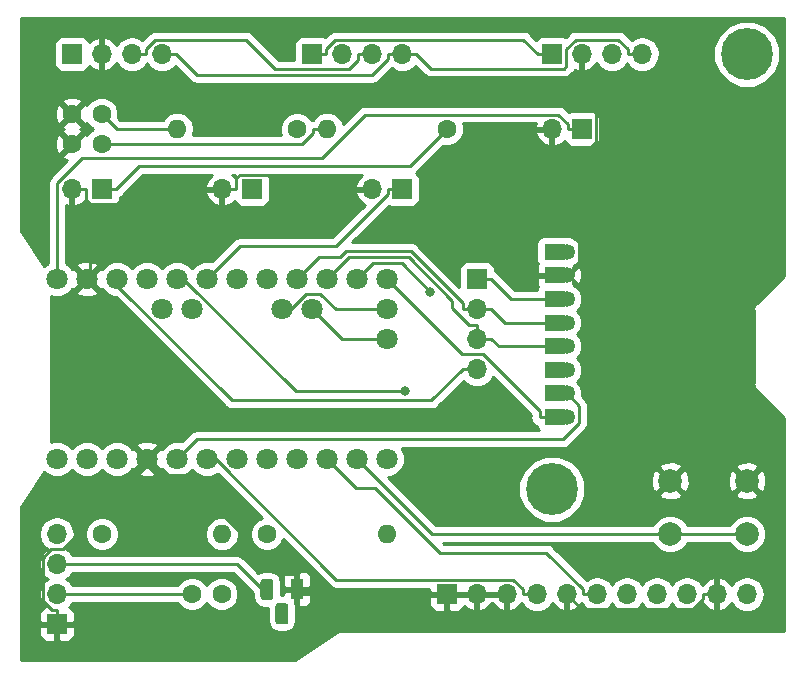
<source format=gbr>
G04 #@! TF.GenerationSoftware,KiCad,Pcbnew,5.0.0*
G04 #@! TF.CreationDate,2018-07-31T16:14:15+02:00*
G04 #@! TF.ProjectId,HB-UNI-Sen-WEA,48422D554E492D53656E2D5745412E6B,1.0*
G04 #@! TF.SameCoordinates,Original*
G04 #@! TF.FileFunction,Copper,L1,Top,Signal*
G04 #@! TF.FilePolarity,Positive*
%FSLAX46Y46*%
G04 Gerber Fmt 4.6, Leading zero omitted, Abs format (unit mm)*
G04 Created by KiCad (PCBNEW 5.0.0) date Tue Jul 31 16:14:15 2018*
%MOMM*%
%LPD*%
G01*
G04 APERTURE LIST*
G04 #@! TA.AperFunction,ComponentPad*
%ADD10C,4.400000*%
G04 #@! TD*
G04 #@! TA.AperFunction,ComponentPad*
%ADD11C,0.700000*%
G04 #@! TD*
G04 #@! TA.AperFunction,ComponentPad*
%ADD12C,1.800000*%
G04 #@! TD*
G04 #@! TA.AperFunction,ComponentPad*
%ADD13C,1.600000*%
G04 #@! TD*
G04 #@! TA.AperFunction,ComponentPad*
%ADD14R,1.700000X1.700000*%
G04 #@! TD*
G04 #@! TA.AperFunction,ComponentPad*
%ADD15O,1.700000X1.700000*%
G04 #@! TD*
G04 #@! TA.AperFunction,ComponentPad*
%ADD16O,1.600000X1.600000*%
G04 #@! TD*
G04 #@! TA.AperFunction,ComponentPad*
%ADD17C,2.000000*%
G04 #@! TD*
G04 #@! TA.AperFunction,ComponentPad*
%ADD18C,1.350000*%
G04 #@! TD*
G04 #@! TA.AperFunction,ConnectorPad*
%ADD19R,1.800000X1.350000*%
G04 #@! TD*
G04 #@! TA.AperFunction,Conductor*
%ADD20C,0.100000*%
G04 #@! TD*
G04 #@! TA.AperFunction,ComponentPad*
%ADD21C,1.100000*%
G04 #@! TD*
G04 #@! TA.AperFunction,ComponentPad*
%ADD22R,1.100000X1.800000*%
G04 #@! TD*
G04 #@! TA.AperFunction,ViaPad*
%ADD23C,0.800000*%
G04 #@! TD*
G04 #@! TA.AperFunction,Conductor*
%ADD24C,0.250000*%
G04 #@! TD*
G04 #@! TA.AperFunction,Conductor*
%ADD25C,0.254000*%
G04 #@! TD*
G04 APERTURE END LIST*
D10*
G04 #@! TO.P,REF\002A\002A,1*
G04 #@! TO.N,N/C*
X166370000Y-105410000D03*
D11*
X168020000Y-105410000D03*
X167536726Y-106576726D03*
X166370000Y-107060000D03*
X165203274Y-106576726D03*
X164720000Y-105410000D03*
X165203274Y-104243274D03*
X166370000Y-103760000D03*
X167536726Y-104243274D03*
G04 #@! TD*
D12*
G04 #@! TO.P,U1,28*
G04 #@! TO.N,Net-(U1-Pad28)*
X143510000Y-90170000D03*
G04 #@! TO.P,U1,27*
G04 #@! TO.N,Net-(U1-Pad27)*
X146050000Y-90170000D03*
X152400000Y-92710000D03*
G04 #@! TO.P,U1,28*
G04 #@! TO.N,Net-(U1-Pad28)*
X152400000Y-90170000D03*
G04 #@! TO.P,U1,1*
G04 #@! TO.N,/SS*
X152400000Y-87630000D03*
G04 #@! TO.P,U1,2*
G04 #@! TO.N,/MOSI*
X149860000Y-87630000D03*
G04 #@! TO.P,U1,3*
G04 #@! TO.N,/MISO*
X147320000Y-87630000D03*
G04 #@! TO.P,U1,4*
G04 #@! TO.N,/SCK*
X144780000Y-87630000D03*
G04 #@! TO.P,U1,5*
G04 #@! TO.N,Net-(U1-Pad5)*
X142240000Y-87630000D03*
G04 #@! TO.P,U1,6*
G04 #@! TO.N,Net-(U1-Pad6)*
X139700000Y-87630000D03*
G04 #@! TO.P,U1,7*
G04 #@! TO.N,/A2*
X137160000Y-87630000D03*
G04 #@! TO.P,U1,8*
G04 #@! TO.N,/A3*
X134620000Y-87630000D03*
G04 #@! TO.P,U1,9*
G04 #@! TO.N,/VCC*
X132080000Y-87630000D03*
G04 #@! TO.P,U1,10*
G04 #@! TO.N,/RSET*
X129540000Y-87630000D03*
G04 #@! TO.P,U1,11*
G04 #@! TO.N,GND*
X127000000Y-87630000D03*
G04 #@! TO.P,U1,12*
G04 #@! TO.N,+5V*
X124460000Y-87630000D03*
G04 #@! TO.P,U1,13*
G04 #@! TO.N,N/C*
X124460000Y-102870000D03*
G04 #@! TO.P,U1,14*
X127000000Y-102870000D03*
G04 #@! TO.P,U1,15*
X129540000Y-102870000D03*
G04 #@! TO.P,U1,16*
G04 #@! TO.N,GND*
X132080000Y-102870000D03*
G04 #@! TO.P,U1,17*
G04 #@! TO.N,/D2*
X134620000Y-102870000D03*
G04 #@! TO.P,U1,18*
G04 #@! TO.N,/D3*
X137160000Y-102870000D03*
G04 #@! TO.P,U1,19*
G04 #@! TO.N,/D4*
X139700000Y-102870000D03*
G04 #@! TO.P,U1,20*
G04 #@! TO.N,/D5*
X142240000Y-102870000D03*
G04 #@! TO.P,U1,21*
G04 #@! TO.N,/D6*
X144780000Y-102870000D03*
G04 #@! TO.P,U1,22*
G04 #@! TO.N,/D7*
X147320000Y-102870000D03*
G04 #@! TO.P,U1,23*
G04 #@! TO.N,/D8*
X149860000Y-102870000D03*
G04 #@! TO.P,U1,24*
G04 #@! TO.N,/D9*
X152400000Y-102870000D03*
G04 #@! TO.P,U1,25*
G04 #@! TO.N,/SDA*
X135890000Y-90170000D03*
G04 #@! TO.P,U1,26*
G04 #@! TO.N,/SCL*
X133350000Y-90170000D03*
G04 #@! TD*
D13*
G04 #@! TO.P,C1,1*
G04 #@! TO.N,/B*
X135890000Y-114300000D03*
G04 #@! TO.P,C1,2*
G04 #@! TO.N,/A3*
X138390000Y-114300000D03*
G04 #@! TD*
G04 #@! TO.P,C2,2*
G04 #@! TO.N,/D5*
X128230000Y-73660000D03*
G04 #@! TO.P,C2,1*
G04 #@! TO.N,GND*
X125730000Y-73660000D03*
G04 #@! TD*
G04 #@! TO.P,C3,1*
G04 #@! TO.N,GND*
X125730000Y-76200000D03*
G04 #@! TO.P,C3,2*
G04 #@! TO.N,/D6*
X128230000Y-76200000D03*
G04 #@! TD*
D14*
G04 #@! TO.P,J1,1*
G04 #@! TO.N,GND*
X124460000Y-116840000D03*
D15*
G04 #@! TO.P,J1,2*
G04 #@! TO.N,/B*
X124460000Y-114300000D03*
G04 #@! TO.P,J1,3*
G04 #@! TO.N,/C*
X124460000Y-111760000D03*
G04 #@! TO.P,J1,4*
G04 #@! TO.N,+5V*
X124460000Y-109220000D03*
G04 #@! TD*
G04 #@! TO.P,J2,4*
G04 #@! TO.N,/RSET*
X160020000Y-95250000D03*
G04 #@! TO.P,J2,3*
G04 #@! TO.N,/MISO*
X160020000Y-92710000D03*
G04 #@! TO.P,J2,2*
G04 #@! TO.N,/SCK*
X160020000Y-90170000D03*
D14*
G04 #@! TO.P,J2,1*
G04 #@! TO.N,/MOSI*
X160020000Y-87630000D03*
G04 #@! TD*
G04 #@! TO.P,J3,1*
G04 #@! TO.N,/A2*
X153670000Y-80010000D03*
D15*
G04 #@! TO.P,J3,2*
G04 #@! TO.N,GND*
X151130000Y-80010000D03*
G04 #@! TD*
D14*
G04 #@! TO.P,J4,1*
G04 #@! TO.N,/VCC*
X125730000Y-68580000D03*
D15*
G04 #@! TO.P,J4,2*
G04 #@! TO.N,GND*
X128270000Y-68580000D03*
G04 #@! TO.P,J4,3*
G04 #@! TO.N,/SCL*
X130810000Y-68580000D03*
G04 #@! TO.P,J4,4*
G04 #@! TO.N,/SDA*
X133350000Y-68580000D03*
G04 #@! TD*
D14*
G04 #@! TO.P,J5,1*
G04 #@! TO.N,GND*
X157480000Y-114300000D03*
D15*
G04 #@! TO.P,J5,2*
X160020000Y-114300000D03*
G04 #@! TO.P,J5,3*
X162560000Y-114300000D03*
G04 #@! TO.P,J5,4*
G04 #@! TO.N,/D3*
X165100000Y-114300000D03*
G04 #@! TO.P,J5,5*
G04 #@! TO.N,GND*
X167640000Y-114300000D03*
G04 #@! TO.P,J5,6*
G04 #@! TO.N,/D7*
X170180000Y-114300000D03*
G04 #@! TO.P,J5,7*
G04 #@! TO.N,/MISO*
X172720000Y-114300000D03*
G04 #@! TO.P,J5,8*
G04 #@! TO.N,/MOSI*
X175260000Y-114300000D03*
G04 #@! TO.P,J5,9*
G04 #@! TO.N,/SCK*
X177800000Y-114300000D03*
G04 #@! TO.P,J5,10*
G04 #@! TO.N,GND*
X180340000Y-114300000D03*
G04 #@! TO.P,J5,11*
G04 #@! TO.N,/VCC*
X182880000Y-114300000D03*
G04 #@! TD*
G04 #@! TO.P,J6,2*
G04 #@! TO.N,GND*
X138430000Y-80010000D03*
D14*
G04 #@! TO.P,J6,1*
G04 #@! TO.N,Net-(J6-Pad1)*
X140970000Y-80010000D03*
G04 #@! TD*
G04 #@! TO.P,J7,1*
G04 #@! TO.N,Net-(J7-Pad1)*
X128270000Y-80010000D03*
D15*
G04 #@! TO.P,J7,2*
G04 #@! TO.N,GND*
X125730000Y-80010000D03*
G04 #@! TD*
G04 #@! TO.P,J8,4*
G04 #@! TO.N,/SDA*
X153670000Y-68580000D03*
G04 #@! TO.P,J8,3*
G04 #@! TO.N,/SCL*
X151130000Y-68580000D03*
G04 #@! TO.P,J8,2*
G04 #@! TO.N,GND*
X148590000Y-68580000D03*
D14*
G04 #@! TO.P,J8,1*
G04 #@! TO.N,/VCC*
X146050000Y-68580000D03*
G04 #@! TD*
G04 #@! TO.P,J9,1*
G04 #@! TO.N,/VCC*
X166370000Y-68580000D03*
D15*
G04 #@! TO.P,J9,2*
G04 #@! TO.N,GND*
X168910000Y-68580000D03*
G04 #@! TO.P,J9,3*
G04 #@! TO.N,/SCL*
X171450000Y-68580000D03*
G04 #@! TO.P,J9,4*
G04 #@! TO.N,/SDA*
X173990000Y-68580000D03*
G04 #@! TD*
D13*
G04 #@! TO.P,R1,1*
G04 #@! TO.N,/A3*
X128270000Y-109220000D03*
D16*
G04 #@! TO.P,R1,2*
G04 #@! TO.N,/D4*
X138430000Y-109220000D03*
G04 #@! TD*
G04 #@! TO.P,R2,2*
G04 #@! TO.N,/D9*
X152400000Y-109220000D03*
D13*
G04 #@! TO.P,R2,1*
G04 #@! TO.N,Net-(Q1-Pad2)*
X142240000Y-109220000D03*
G04 #@! TD*
D16*
G04 #@! TO.P,R3,2*
G04 #@! TO.N,/D5*
X134620000Y-74930000D03*
D13*
G04 #@! TO.P,R3,1*
G04 #@! TO.N,Net-(J6-Pad1)*
X144780000Y-74930000D03*
G04 #@! TD*
G04 #@! TO.P,R4,1*
G04 #@! TO.N,Net-(J7-Pad1)*
X157480000Y-74930000D03*
D16*
G04 #@! TO.P,R4,2*
G04 #@! TO.N,/D6*
X147320000Y-74930000D03*
G04 #@! TD*
D17*
G04 #@! TO.P,SW1,2*
G04 #@! TO.N,GND*
X182880000Y-104720000D03*
G04 #@! TO.P,SW1,1*
G04 #@! TO.N,/D8*
X182880000Y-109220000D03*
G04 #@! TO.P,SW1,2*
G04 #@! TO.N,GND*
X176380000Y-104720000D03*
G04 #@! TO.P,SW1,1*
G04 #@! TO.N,/D8*
X176380000Y-109220000D03*
G04 #@! TD*
D18*
G04 #@! TO.P,U2,8*
G04 #@! TO.N,/SS*
X167600000Y-99320000D03*
D19*
X166600000Y-99320000D03*
D18*
G04 #@! TO.P,U2,1*
G04 #@! TO.N,/VCC*
X167600000Y-85320000D03*
G04 #@! TO.P,U2,2*
G04 #@! TO.N,GND*
X167600000Y-87320000D03*
G04 #@! TO.P,U2,3*
G04 #@! TO.N,/MOSI*
X167600000Y-89320000D03*
G04 #@! TO.P,U2,4*
G04 #@! TO.N,/SCK*
X167600000Y-91320000D03*
G04 #@! TO.P,U2,5*
G04 #@! TO.N,/MISO*
X167600000Y-93320000D03*
G04 #@! TO.P,U2,6*
G04 #@! TO.N,Net-(U2-Pad6)*
X167600000Y-95320000D03*
G04 #@! TO.P,U2,7*
G04 #@! TO.N,/D2*
X167600000Y-97320000D03*
D19*
G04 #@! TO.P,U2,1*
G04 #@! TO.N,/VCC*
X166600000Y-85320000D03*
G04 #@! TO.P,U2,2*
G04 #@! TO.N,GND*
X166600000Y-87320000D03*
G04 #@! TO.P,U2,3*
G04 #@! TO.N,/MOSI*
X166600000Y-89320000D03*
G04 #@! TO.P,U2,4*
G04 #@! TO.N,/SCK*
X166600000Y-91320000D03*
G04 #@! TO.P,U2,5*
G04 #@! TO.N,/MISO*
X166600000Y-93320000D03*
G04 #@! TO.P,U2,6*
G04 #@! TO.N,Net-(U2-Pad6)*
X166600000Y-95320000D03*
G04 #@! TO.P,U2,7*
G04 #@! TO.N,/D2*
X166600000Y-97320000D03*
G04 #@! TD*
D20*
G04 #@! TO.N,Net-(Q1-Pad2)*
G04 #@! TO.C,Q1*
G36*
X143811955Y-115071324D02*
X143838650Y-115075284D01*
X143864828Y-115081841D01*
X143890238Y-115090933D01*
X143914634Y-115102472D01*
X143937782Y-115116346D01*
X143959458Y-115132422D01*
X143979454Y-115150546D01*
X143997578Y-115170542D01*
X144013654Y-115192218D01*
X144027528Y-115215366D01*
X144039067Y-115239762D01*
X144048159Y-115265172D01*
X144054716Y-115291350D01*
X144058676Y-115318045D01*
X144060000Y-115345000D01*
X144060000Y-116595000D01*
X144058676Y-116621955D01*
X144054716Y-116648650D01*
X144048159Y-116674828D01*
X144039067Y-116700238D01*
X144027528Y-116724634D01*
X144013654Y-116747782D01*
X143997578Y-116769458D01*
X143979454Y-116789454D01*
X143959458Y-116807578D01*
X143937782Y-116823654D01*
X143914634Y-116837528D01*
X143890238Y-116849067D01*
X143864828Y-116858159D01*
X143838650Y-116864716D01*
X143811955Y-116868676D01*
X143785000Y-116870000D01*
X143235000Y-116870000D01*
X143208045Y-116868676D01*
X143181350Y-116864716D01*
X143155172Y-116858159D01*
X143129762Y-116849067D01*
X143105366Y-116837528D01*
X143082218Y-116823654D01*
X143060542Y-116807578D01*
X143040546Y-116789454D01*
X143022422Y-116769458D01*
X143006346Y-116747782D01*
X142992472Y-116724634D01*
X142980933Y-116700238D01*
X142971841Y-116674828D01*
X142965284Y-116648650D01*
X142961324Y-116621955D01*
X142960000Y-116595000D01*
X142960000Y-115345000D01*
X142961324Y-115318045D01*
X142965284Y-115291350D01*
X142971841Y-115265172D01*
X142980933Y-115239762D01*
X142992472Y-115215366D01*
X143006346Y-115192218D01*
X143022422Y-115170542D01*
X143040546Y-115150546D01*
X143060542Y-115132422D01*
X143082218Y-115116346D01*
X143105366Y-115102472D01*
X143129762Y-115090933D01*
X143155172Y-115081841D01*
X143181350Y-115075284D01*
X143208045Y-115071324D01*
X143235000Y-115070000D01*
X143785000Y-115070000D01*
X143811955Y-115071324D01*
X143811955Y-115071324D01*
G37*
D21*
G04 #@! TD*
G04 #@! TO.P,Q1,2*
G04 #@! TO.N,Net-(Q1-Pad2)*
X143510000Y-115970000D03*
D20*
G04 #@! TO.N,/C*
G04 #@! TO.C,Q1*
G36*
X142541955Y-113001324D02*
X142568650Y-113005284D01*
X142594828Y-113011841D01*
X142620238Y-113020933D01*
X142644634Y-113032472D01*
X142667782Y-113046346D01*
X142689458Y-113062422D01*
X142709454Y-113080546D01*
X142727578Y-113100542D01*
X142743654Y-113122218D01*
X142757528Y-113145366D01*
X142769067Y-113169762D01*
X142778159Y-113195172D01*
X142784716Y-113221350D01*
X142788676Y-113248045D01*
X142790000Y-113275000D01*
X142790000Y-114525000D01*
X142788676Y-114551955D01*
X142784716Y-114578650D01*
X142778159Y-114604828D01*
X142769067Y-114630238D01*
X142757528Y-114654634D01*
X142743654Y-114677782D01*
X142727578Y-114699458D01*
X142709454Y-114719454D01*
X142689458Y-114737578D01*
X142667782Y-114753654D01*
X142644634Y-114767528D01*
X142620238Y-114779067D01*
X142594828Y-114788159D01*
X142568650Y-114794716D01*
X142541955Y-114798676D01*
X142515000Y-114800000D01*
X141965000Y-114800000D01*
X141938045Y-114798676D01*
X141911350Y-114794716D01*
X141885172Y-114788159D01*
X141859762Y-114779067D01*
X141835366Y-114767528D01*
X141812218Y-114753654D01*
X141790542Y-114737578D01*
X141770546Y-114719454D01*
X141752422Y-114699458D01*
X141736346Y-114677782D01*
X141722472Y-114654634D01*
X141710933Y-114630238D01*
X141701841Y-114604828D01*
X141695284Y-114578650D01*
X141691324Y-114551955D01*
X141690000Y-114525000D01*
X141690000Y-113275000D01*
X141691324Y-113248045D01*
X141695284Y-113221350D01*
X141701841Y-113195172D01*
X141710933Y-113169762D01*
X141722472Y-113145366D01*
X141736346Y-113122218D01*
X141752422Y-113100542D01*
X141770546Y-113080546D01*
X141790542Y-113062422D01*
X141812218Y-113046346D01*
X141835366Y-113032472D01*
X141859762Y-113020933D01*
X141885172Y-113011841D01*
X141911350Y-113005284D01*
X141938045Y-113001324D01*
X141965000Y-113000000D01*
X142515000Y-113000000D01*
X142541955Y-113001324D01*
X142541955Y-113001324D01*
G37*
D21*
G04 #@! TD*
G04 #@! TO.P,Q1,3*
G04 #@! TO.N,/C*
X142240000Y-113900000D03*
D22*
G04 #@! TO.P,Q1,1*
G04 #@! TO.N,GND*
X144780000Y-113900000D03*
G04 #@! TD*
D14*
G04 #@! TO.P,J10,1*
G04 #@! TO.N,+5V*
X168910000Y-74930000D03*
D15*
G04 #@! TO.P,J10,2*
G04 #@! TO.N,GND*
X166370000Y-74930000D03*
G04 #@! TD*
D11*
G04 #@! TO.P,REF\002A\002A,1*
G04 #@! TO.N,N/C*
X184046726Y-67413274D03*
X182880000Y-66930000D03*
X181713274Y-67413274D03*
X181230000Y-68580000D03*
X181713274Y-69746726D03*
X182880000Y-70230000D03*
X184046726Y-69746726D03*
X184530000Y-68580000D03*
D10*
X182880000Y-68580000D03*
G04 #@! TD*
D23*
G04 #@! TO.N,/A3*
X153947200Y-97123300D03*
G04 #@! TO.N,/MOSI*
X156013400Y-88687700D03*
G04 #@! TD*
D24*
G04 #@! TO.N,/B*
X124460000Y-114300000D02*
X135890000Y-114300000D01*
G04 #@! TO.N,/A3*
X134620000Y-87630000D02*
X135164500Y-87630000D01*
X135164500Y-87630000D02*
X144657800Y-97123300D01*
X144657800Y-97123300D02*
X153947200Y-97123300D01*
G04 #@! TO.N,/D5*
X134620000Y-74930000D02*
X129500000Y-74930000D01*
X129500000Y-74930000D02*
X128230000Y-73660000D01*
G04 #@! TO.N,GND*
X144780000Y-114300000D02*
X144780000Y-112624700D01*
X144780000Y-112624700D02*
X143501700Y-112624700D01*
X143501700Y-112624700D02*
X135085900Y-104208900D01*
X135085900Y-104208900D02*
X132908800Y-104208900D01*
X132908800Y-104208900D02*
X132080000Y-103380100D01*
X156254700Y-114300000D02*
X144780000Y-114300000D01*
X132080000Y-103380100D02*
X124970100Y-110490000D01*
X124970100Y-110490000D02*
X123993800Y-110490000D01*
X123993800Y-110490000D02*
X123234700Y-111249100D01*
X123234700Y-111249100D02*
X123234700Y-114849000D01*
X123234700Y-114849000D02*
X124000400Y-115614700D01*
X124000400Y-115614700D02*
X124460000Y-115614700D01*
X132080000Y-102870000D02*
X132080000Y-103380100D01*
X180340000Y-114300000D02*
X179114700Y-114300000D01*
X179114700Y-114300000D02*
X179114700Y-114759500D01*
X179114700Y-114759500D02*
X178346600Y-115527600D01*
X178346600Y-115527600D02*
X168867600Y-115527600D01*
X168867600Y-115527600D02*
X167640000Y-114300000D01*
X138430000Y-80010000D02*
X139655300Y-80010000D01*
X151130000Y-80010000D02*
X149904700Y-80010000D01*
X149904700Y-80010000D02*
X148679300Y-78784600D01*
X148679300Y-78784600D02*
X139924500Y-78784600D01*
X139924500Y-78784600D02*
X139655300Y-79053800D01*
X139655300Y-79053800D02*
X139655300Y-80010000D01*
X124460000Y-116840000D02*
X124460000Y-115614700D01*
X138430000Y-80010000D02*
X137204700Y-80010000D01*
X127224500Y-81235400D02*
X126955300Y-80966200D01*
X126955300Y-80966200D02*
X126955300Y-80010000D01*
X127000000Y-87630000D02*
X127224500Y-87405500D01*
X127224500Y-87405500D02*
X127224500Y-81235400D01*
X137204700Y-80010000D02*
X135979300Y-81235400D01*
X135979300Y-81235400D02*
X127224500Y-81235400D01*
X168304200Y-77827800D02*
X170135400Y-75996600D01*
X170135400Y-75996600D02*
X170135400Y-71030700D01*
X170135400Y-71030700D02*
X168910000Y-69805300D01*
X166370000Y-76155300D02*
X168042500Y-77827800D01*
X168042500Y-77827800D02*
X168304200Y-77827800D01*
X167600000Y-87320000D02*
X168650400Y-86269600D01*
X168650400Y-86269600D02*
X168650400Y-78174000D01*
X168650400Y-78174000D02*
X168304200Y-77827800D01*
X168910000Y-68580000D02*
X168910000Y-69805300D01*
X167600000Y-87320000D02*
X166600000Y-87320000D01*
X166370000Y-74930000D02*
X166370000Y-76155300D01*
X157480000Y-114300000D02*
X156254700Y-114300000D01*
X125730000Y-80010000D02*
X126955300Y-80010000D01*
X160020000Y-114300000D02*
X157480000Y-114300000D01*
G04 #@! TO.N,/D6*
X147320000Y-74930000D02*
X146144700Y-74930000D01*
X146144700Y-74930000D02*
X146144700Y-75297300D01*
X146144700Y-75297300D02*
X145242000Y-76200000D01*
X145242000Y-76200000D02*
X128230000Y-76200000D01*
G04 #@! TO.N,/C*
X124460000Y-111760000D02*
X125685300Y-111760000D01*
X125685300Y-111760000D02*
X139700000Y-111760000D01*
X139700000Y-111760000D02*
X142240000Y-114300000D01*
G04 #@! TO.N,+5V*
X168910000Y-74930000D02*
X167684700Y-74930000D01*
X167684700Y-74930000D02*
X167684700Y-74470500D01*
X167684700Y-74470500D02*
X166914800Y-73700600D01*
X166914800Y-73700600D02*
X150547700Y-73700600D01*
X150547700Y-73700600D02*
X146872900Y-77375400D01*
X146872900Y-77375400D02*
X126618200Y-77375400D01*
X126618200Y-77375400D02*
X124460000Y-79533600D01*
X124460000Y-79533600D02*
X124460000Y-87630000D01*
G04 #@! TO.N,/RSET*
X160020000Y-95250000D02*
X158794700Y-95250000D01*
X158794700Y-95250000D02*
X156142600Y-97902100D01*
X156142600Y-97902100D02*
X139241700Y-97902100D01*
X139241700Y-97902100D02*
X129540000Y-88200400D01*
X129540000Y-88200400D02*
X129540000Y-87630000D01*
G04 #@! TO.N,/MISO*
X160020000Y-92710000D02*
X160020000Y-91484700D01*
X147320000Y-87630000D02*
X149160500Y-85789500D01*
X149160500Y-85789500D02*
X154237400Y-85789500D01*
X154237400Y-85789500D02*
X157942500Y-89494600D01*
X157942500Y-89494600D02*
X157942500Y-90094400D01*
X157942500Y-90094400D02*
X159332800Y-91484700D01*
X159332800Y-91484700D02*
X160020000Y-91484700D01*
X160020000Y-92710000D02*
X161245300Y-92710000D01*
X166600000Y-93320000D02*
X161855300Y-93320000D01*
X161855300Y-93320000D02*
X161245300Y-92710000D01*
X167600000Y-93320000D02*
X166600000Y-93320000D01*
G04 #@! TO.N,/SCK*
X158794700Y-90170000D02*
X158794700Y-89639300D01*
X158794700Y-89639300D02*
X154444600Y-85289200D01*
X154444600Y-85289200D02*
X148920900Y-85289200D01*
X148920900Y-85289200D02*
X148420600Y-85789500D01*
X148420600Y-85789500D02*
X146620500Y-85789500D01*
X146620500Y-85789500D02*
X144780000Y-87630000D01*
X160020000Y-90170000D02*
X161245300Y-90170000D01*
X166600000Y-91320000D02*
X162395300Y-91320000D01*
X162395300Y-91320000D02*
X161245300Y-90170000D01*
X167600000Y-91320000D02*
X166600000Y-91320000D01*
X160020000Y-90170000D02*
X158794700Y-90170000D01*
G04 #@! TO.N,/MOSI*
X149860000Y-87630000D02*
X151178500Y-86311500D01*
X151178500Y-86311500D02*
X153637200Y-86311500D01*
X153637200Y-86311500D02*
X156013400Y-88687700D01*
X160020000Y-87630000D02*
X161245300Y-87630000D01*
X166600000Y-89320000D02*
X162935300Y-89320000D01*
X162935300Y-89320000D02*
X161245300Y-87630000D01*
X167600000Y-89320000D02*
X166600000Y-89320000D01*
G04 #@! TO.N,/A2*
X153670000Y-80010000D02*
X152444700Y-80010000D01*
X152444700Y-80010000D02*
X152444700Y-80469500D01*
X152444700Y-80469500D02*
X148083100Y-84831100D01*
X148083100Y-84831100D02*
X139958900Y-84831100D01*
X139958900Y-84831100D02*
X137160000Y-87630000D01*
G04 #@! TO.N,/VCC*
X146050000Y-68580000D02*
X147275300Y-68580000D01*
X166370000Y-68580000D02*
X165144700Y-68580000D01*
X165144700Y-68580000D02*
X163919400Y-67354700D01*
X163919400Y-67354700D02*
X148041000Y-67354700D01*
X148041000Y-67354700D02*
X147275300Y-68120400D01*
X147275300Y-68120400D02*
X147275300Y-68580000D01*
X166600000Y-85320000D02*
X167600000Y-85320000D01*
G04 #@! TO.N,/SCL*
X151130000Y-68580000D02*
X149904700Y-68580000D01*
X130810000Y-68580000D02*
X132035300Y-68580000D01*
X132035300Y-68580000D02*
X132035300Y-68120400D01*
X132035300Y-68120400D02*
X132801000Y-67354700D01*
X132801000Y-67354700D02*
X140456300Y-67354700D01*
X140456300Y-67354700D02*
X142906900Y-69805300D01*
X142906900Y-69805300D02*
X149187200Y-69805300D01*
X149187200Y-69805300D02*
X149904700Y-69087800D01*
X149904700Y-69087800D02*
X149904700Y-68580000D01*
G04 #@! TO.N,/SDA*
X153670000Y-68580000D02*
X154895300Y-68580000D01*
X173990000Y-68580000D02*
X172764700Y-68580000D01*
X172764700Y-68580000D02*
X172764700Y-68120500D01*
X172764700Y-68120500D02*
X171998300Y-67354100D01*
X171998300Y-67354100D02*
X168399600Y-67354100D01*
X168399600Y-67354100D02*
X167595400Y-68158300D01*
X167595400Y-68158300D02*
X167595400Y-69599500D01*
X167595400Y-69599500D02*
X167389500Y-69805400D01*
X167389500Y-69805400D02*
X156120700Y-69805400D01*
X156120700Y-69805400D02*
X154895300Y-68580000D01*
X133350000Y-68580000D02*
X134575300Y-68580000D01*
X153670000Y-68580000D02*
X152444700Y-68580000D01*
X152444700Y-68580000D02*
X152444700Y-69039500D01*
X152444700Y-69039500D02*
X151125400Y-70358800D01*
X151125400Y-70358800D02*
X136354100Y-70358800D01*
X136354100Y-70358800D02*
X134575300Y-68580000D01*
G04 #@! TO.N,/D3*
X165100000Y-114300000D02*
X163874700Y-114300000D01*
X163874700Y-114300000D02*
X163874700Y-113840400D01*
X163874700Y-113840400D02*
X163109000Y-113074700D01*
X163109000Y-113074700D02*
X148101100Y-113074700D01*
X148101100Y-113074700D02*
X137896400Y-102870000D01*
X137896400Y-102870000D02*
X137160000Y-102870000D01*
G04 #@! TO.N,/D7*
X170180000Y-114300000D02*
X168954700Y-114300000D01*
X168954700Y-114300000D02*
X168954700Y-113840500D01*
X168954700Y-113840500D02*
X165901700Y-110787500D01*
X165901700Y-110787500D02*
X156871200Y-110787500D01*
X156871200Y-110787500D02*
X151376300Y-105292600D01*
X151376300Y-105292600D02*
X149742600Y-105292600D01*
X149742600Y-105292600D02*
X147320000Y-102870000D01*
G04 #@! TO.N,Net-(J7-Pad1)*
X128270000Y-80010000D02*
X129495300Y-80010000D01*
X157480000Y-74930000D02*
X154326900Y-78083100D01*
X154326900Y-78083100D02*
X131422200Y-78083100D01*
X131422200Y-78083100D02*
X129495300Y-80010000D01*
G04 #@! TO.N,/D8*
X176380000Y-109220000D02*
X156210000Y-109220000D01*
X156210000Y-109220000D02*
X149860000Y-102870000D01*
X182880000Y-109220000D02*
X176380000Y-109220000D01*
G04 #@! TO.N,Net-(U1-Pad28)*
X152400000Y-90170000D02*
X148056400Y-90170000D01*
X148056400Y-90170000D02*
X146759100Y-88872700D01*
X146759100Y-88872700D02*
X145543700Y-88872700D01*
X145543700Y-88872700D02*
X144246400Y-90170000D01*
X144246400Y-90170000D02*
X143510000Y-90170000D01*
G04 #@! TO.N,Net-(U1-Pad27)*
X152400000Y-92710000D02*
X148590000Y-92710000D01*
X148590000Y-92710000D02*
X146050000Y-90170000D01*
G04 #@! TO.N,/SS*
X166600000Y-99320000D02*
X165324700Y-99320000D01*
X165324700Y-99320000D02*
X165324700Y-98794900D01*
X165324700Y-98794900D02*
X160509900Y-93980100D01*
X160509900Y-93980100D02*
X158750100Y-93980100D01*
X158750100Y-93980100D02*
X152400000Y-87630000D01*
X167600000Y-99320000D02*
X166600000Y-99320000D01*
G04 #@! TO.N,/D2*
X167600000Y-97320000D02*
X168657900Y-98377900D01*
X168657900Y-98377900D02*
X168657900Y-99820400D01*
X168657900Y-99820400D02*
X167283800Y-101194500D01*
X167283800Y-101194500D02*
X136295500Y-101194500D01*
X136295500Y-101194500D02*
X134620000Y-102870000D01*
X166600000Y-97320000D02*
X167600000Y-97320000D01*
G04 #@! TO.N,Net-(U2-Pad6)*
X166600000Y-95320000D02*
X167600000Y-95320000D01*
G04 #@! TD*
D25*
G04 #@! TO.N,GND*
G36*
X185980000Y-87335909D02*
X183697402Y-89618508D01*
X183638120Y-89658119D01*
X183549240Y-89791137D01*
X183481196Y-89892972D01*
X183426091Y-90170000D01*
X183440001Y-90239929D01*
X183440000Y-96450076D01*
X183426091Y-96520000D01*
X183440000Y-96589924D01*
X183440000Y-96589925D01*
X183481195Y-96797027D01*
X183638119Y-97031880D01*
X183697402Y-97071492D01*
X185980000Y-99354091D01*
X185980001Y-117400000D01*
X148589306Y-117400000D01*
X148449514Y-117399854D01*
X148383271Y-117427212D01*
X148312972Y-117441195D01*
X148196200Y-117519220D01*
X144602530Y-119915000D01*
X121385000Y-119915000D01*
X121385000Y-117125750D01*
X122975000Y-117125750D01*
X122975000Y-117816310D01*
X123071673Y-118049699D01*
X123250302Y-118228327D01*
X123483691Y-118325000D01*
X124174250Y-118325000D01*
X124333000Y-118166250D01*
X124333000Y-116967000D01*
X124587000Y-116967000D01*
X124587000Y-118166250D01*
X124745750Y-118325000D01*
X125436309Y-118325000D01*
X125669698Y-118228327D01*
X125848327Y-118049699D01*
X125945000Y-117816310D01*
X125945000Y-117125750D01*
X125786250Y-116967000D01*
X124587000Y-116967000D01*
X124333000Y-116967000D01*
X123133750Y-116967000D01*
X122975000Y-117125750D01*
X121385000Y-117125750D01*
X121385000Y-109220000D01*
X122945908Y-109220000D01*
X123061161Y-109799418D01*
X123389375Y-110290625D01*
X123687761Y-110490000D01*
X123389375Y-110689375D01*
X123061161Y-111180582D01*
X122945908Y-111760000D01*
X123061161Y-112339418D01*
X123389375Y-112830625D01*
X123687761Y-113030000D01*
X123389375Y-113229375D01*
X123061161Y-113720582D01*
X122945908Y-114300000D01*
X123061161Y-114879418D01*
X123389375Y-115370625D01*
X123411033Y-115385096D01*
X123250302Y-115451673D01*
X123071673Y-115630301D01*
X122975000Y-115863690D01*
X122975000Y-116554250D01*
X123133750Y-116713000D01*
X124333000Y-116713000D01*
X124333000Y-116693000D01*
X124587000Y-116693000D01*
X124587000Y-116713000D01*
X125786250Y-116713000D01*
X125945000Y-116554250D01*
X125945000Y-115863690D01*
X125848327Y-115630301D01*
X125669698Y-115451673D01*
X125508967Y-115385096D01*
X125530625Y-115370625D01*
X125738178Y-115060000D01*
X134651570Y-115060000D01*
X134673466Y-115112862D01*
X135077138Y-115516534D01*
X135604561Y-115735000D01*
X136175439Y-115735000D01*
X136702862Y-115516534D01*
X137106534Y-115112862D01*
X137140000Y-115032068D01*
X137173466Y-115112862D01*
X137577138Y-115516534D01*
X138104561Y-115735000D01*
X138675439Y-115735000D01*
X139202862Y-115516534D01*
X139606534Y-115112862D01*
X139825000Y-114585439D01*
X139825000Y-114014561D01*
X139606534Y-113487138D01*
X139202862Y-113083466D01*
X138675439Y-112865000D01*
X138104561Y-112865000D01*
X137577138Y-113083466D01*
X137173466Y-113487138D01*
X137140000Y-113567932D01*
X137106534Y-113487138D01*
X136702862Y-113083466D01*
X136175439Y-112865000D01*
X135604561Y-112865000D01*
X135077138Y-113083466D01*
X134673466Y-113487138D01*
X134651570Y-113540000D01*
X125738178Y-113540000D01*
X125530625Y-113229375D01*
X125232239Y-113030000D01*
X125530625Y-112830625D01*
X125738178Y-112520000D01*
X139385199Y-112520000D01*
X141042560Y-114177362D01*
X141042560Y-114525000D01*
X141112777Y-114878003D01*
X141312736Y-115177264D01*
X141611997Y-115377223D01*
X141965000Y-115447440D01*
X142312560Y-115447440D01*
X142312560Y-116595000D01*
X142382777Y-116948003D01*
X142582736Y-117247264D01*
X142881997Y-117447223D01*
X143235000Y-117517440D01*
X143785000Y-117517440D01*
X144138003Y-117447223D01*
X144437264Y-117247264D01*
X144637223Y-116948003D01*
X144707440Y-116595000D01*
X144707440Y-115345000D01*
X144653000Y-115071313D01*
X144653000Y-114027000D01*
X144907000Y-114027000D01*
X144907000Y-115276250D01*
X145065750Y-115435000D01*
X145456309Y-115435000D01*
X145689698Y-115338327D01*
X145868327Y-115159699D01*
X145965000Y-114926310D01*
X145965000Y-114585750D01*
X155995000Y-114585750D01*
X155995000Y-115276309D01*
X156091673Y-115509698D01*
X156270301Y-115688327D01*
X156503690Y-115785000D01*
X157194250Y-115785000D01*
X157353000Y-115626250D01*
X157353000Y-114427000D01*
X157607000Y-114427000D01*
X157607000Y-115626250D01*
X157765750Y-115785000D01*
X158456310Y-115785000D01*
X158689699Y-115688327D01*
X158868327Y-115509698D01*
X158955136Y-115300122D01*
X159253076Y-115571645D01*
X159663110Y-115741476D01*
X159893000Y-115620155D01*
X159893000Y-114427000D01*
X160147000Y-114427000D01*
X160147000Y-115620155D01*
X160376890Y-115741476D01*
X160786924Y-115571645D01*
X161215183Y-115181358D01*
X161290000Y-115022046D01*
X161364817Y-115181358D01*
X161793076Y-115571645D01*
X162203110Y-115741476D01*
X162433000Y-115620155D01*
X162433000Y-114427000D01*
X160147000Y-114427000D01*
X159893000Y-114427000D01*
X157607000Y-114427000D01*
X157353000Y-114427000D01*
X156153750Y-114427000D01*
X155995000Y-114585750D01*
X145965000Y-114585750D01*
X145965000Y-114185750D01*
X145806250Y-114027000D01*
X144907000Y-114027000D01*
X144653000Y-114027000D01*
X143753750Y-114027000D01*
X143595000Y-114185750D01*
X143595000Y-114422560D01*
X143437440Y-114422560D01*
X143437440Y-113275000D01*
X143367223Y-112921997D01*
X143334946Y-112873690D01*
X143595000Y-112873690D01*
X143595000Y-113614250D01*
X143753750Y-113773000D01*
X144653000Y-113773000D01*
X144653000Y-112523750D01*
X144907000Y-112523750D01*
X144907000Y-113773000D01*
X145806250Y-113773000D01*
X145965000Y-113614250D01*
X145965000Y-112873690D01*
X145868327Y-112640301D01*
X145689698Y-112461673D01*
X145456309Y-112365000D01*
X145065750Y-112365000D01*
X144907000Y-112523750D01*
X144653000Y-112523750D01*
X144494250Y-112365000D01*
X144103691Y-112365000D01*
X143870302Y-112461673D01*
X143691673Y-112640301D01*
X143595000Y-112873690D01*
X143334946Y-112873690D01*
X143167264Y-112622736D01*
X142868003Y-112422777D01*
X142515000Y-112352560D01*
X141965000Y-112352560D01*
X141611997Y-112422777D01*
X141507441Y-112492639D01*
X140290331Y-111275530D01*
X140247929Y-111212071D01*
X139996537Y-111044096D01*
X139774852Y-111000000D01*
X139774847Y-111000000D01*
X139700000Y-110985112D01*
X139625153Y-111000000D01*
X125738178Y-111000000D01*
X125530625Y-110689375D01*
X125232239Y-110490000D01*
X125530625Y-110290625D01*
X125858839Y-109799418D01*
X125974092Y-109220000D01*
X125917315Y-108934561D01*
X126835000Y-108934561D01*
X126835000Y-109505439D01*
X127053466Y-110032862D01*
X127457138Y-110436534D01*
X127984561Y-110655000D01*
X128555439Y-110655000D01*
X129082862Y-110436534D01*
X129486534Y-110032862D01*
X129705000Y-109505439D01*
X129705000Y-109220000D01*
X136966887Y-109220000D01*
X137078260Y-109779909D01*
X137395423Y-110254577D01*
X137870091Y-110571740D01*
X138288667Y-110655000D01*
X138571333Y-110655000D01*
X138989909Y-110571740D01*
X139464577Y-110254577D01*
X139781740Y-109779909D01*
X139893113Y-109220000D01*
X139781740Y-108660091D01*
X139464577Y-108185423D01*
X138989909Y-107868260D01*
X138571333Y-107785000D01*
X138288667Y-107785000D01*
X137870091Y-107868260D01*
X137395423Y-108185423D01*
X137078260Y-108660091D01*
X136966887Y-109220000D01*
X129705000Y-109220000D01*
X129705000Y-108934561D01*
X129486534Y-108407138D01*
X129082862Y-108003466D01*
X128555439Y-107785000D01*
X127984561Y-107785000D01*
X127457138Y-108003466D01*
X127053466Y-108407138D01*
X126835000Y-108934561D01*
X125917315Y-108934561D01*
X125858839Y-108640582D01*
X125530625Y-108149375D01*
X125039418Y-107821161D01*
X124606256Y-107735000D01*
X124313744Y-107735000D01*
X123880582Y-107821161D01*
X123389375Y-108149375D01*
X123061161Y-108640582D01*
X122945908Y-109220000D01*
X121385000Y-109220000D01*
X121385000Y-106902540D01*
X123359689Y-103940506D01*
X123590493Y-104171310D01*
X124154670Y-104405000D01*
X124765330Y-104405000D01*
X125329507Y-104171310D01*
X125730000Y-103770817D01*
X126130493Y-104171310D01*
X126694670Y-104405000D01*
X127305330Y-104405000D01*
X127869507Y-104171310D01*
X128270000Y-103770817D01*
X128670493Y-104171310D01*
X129234670Y-104405000D01*
X129845330Y-104405000D01*
X130409507Y-104171310D01*
X130630658Y-103950159D01*
X131179446Y-103950159D01*
X131265852Y-104206643D01*
X131839336Y-104416458D01*
X132449460Y-104390839D01*
X132894148Y-104206643D01*
X132980554Y-103950159D01*
X132080000Y-103049605D01*
X131179446Y-103950159D01*
X130630658Y-103950159D01*
X130841310Y-103739507D01*
X130849438Y-103719885D01*
X130999841Y-103770554D01*
X131900395Y-102870000D01*
X130999841Y-101969446D01*
X130849438Y-102020115D01*
X130841310Y-102000493D01*
X130630658Y-101789841D01*
X131179446Y-101789841D01*
X132080000Y-102690395D01*
X132980554Y-101789841D01*
X132894148Y-101533357D01*
X132320664Y-101323542D01*
X131710540Y-101349161D01*
X131265852Y-101533357D01*
X131179446Y-101789841D01*
X130630658Y-101789841D01*
X130409507Y-101568690D01*
X129845330Y-101335000D01*
X129234670Y-101335000D01*
X128670493Y-101568690D01*
X128270000Y-101969183D01*
X127869507Y-101568690D01*
X127305330Y-101335000D01*
X126694670Y-101335000D01*
X126130493Y-101568690D01*
X125730000Y-101969183D01*
X125329507Y-101568690D01*
X124765330Y-101335000D01*
X124154670Y-101335000D01*
X123925000Y-101430133D01*
X123925000Y-89069867D01*
X124154670Y-89165000D01*
X124765330Y-89165000D01*
X125329507Y-88931310D01*
X125550658Y-88710159D01*
X126099446Y-88710159D01*
X126185852Y-88966643D01*
X126759336Y-89176458D01*
X127369460Y-89150839D01*
X127814148Y-88966643D01*
X127900554Y-88710159D01*
X127000000Y-87809605D01*
X126099446Y-88710159D01*
X125550658Y-88710159D01*
X125761310Y-88499507D01*
X125769438Y-88479885D01*
X125919841Y-88530554D01*
X126820395Y-87630000D01*
X125919841Y-86729446D01*
X125769438Y-86780115D01*
X125761310Y-86760493D01*
X125550658Y-86549841D01*
X126099446Y-86549841D01*
X127000000Y-87450395D01*
X127900554Y-86549841D01*
X127814148Y-86293357D01*
X127240664Y-86083542D01*
X126630540Y-86109161D01*
X126185852Y-86293357D01*
X126099446Y-86549841D01*
X125550658Y-86549841D01*
X125329507Y-86328690D01*
X125220000Y-86283331D01*
X125220000Y-81388060D01*
X125373110Y-81451476D01*
X125603000Y-81330155D01*
X125603000Y-80137000D01*
X125583000Y-80137000D01*
X125583000Y-79883000D01*
X125603000Y-79883000D01*
X125603000Y-79863000D01*
X125857000Y-79863000D01*
X125857000Y-79883000D01*
X125877000Y-79883000D01*
X125877000Y-80137000D01*
X125857000Y-80137000D01*
X125857000Y-81330155D01*
X126086890Y-81451476D01*
X126496924Y-81281645D01*
X126801261Y-81004292D01*
X126821843Y-81107765D01*
X126962191Y-81317809D01*
X127172235Y-81458157D01*
X127420000Y-81507440D01*
X129120000Y-81507440D01*
X129367765Y-81458157D01*
X129577809Y-81317809D01*
X129718157Y-81107765D01*
X129767440Y-80860000D01*
X129767440Y-80730757D01*
X129791837Y-80725904D01*
X130043229Y-80557929D01*
X130085631Y-80494470D01*
X130213209Y-80366892D01*
X136988514Y-80366892D01*
X137234817Y-80891358D01*
X137663076Y-81281645D01*
X138073110Y-81451476D01*
X138303000Y-81330155D01*
X138303000Y-80137000D01*
X137109181Y-80137000D01*
X136988514Y-80366892D01*
X130213209Y-80366892D01*
X131737002Y-78843100D01*
X137548140Y-78843100D01*
X137234817Y-79128642D01*
X136988514Y-79653108D01*
X137109181Y-79883000D01*
X138303000Y-79883000D01*
X138303000Y-79863000D01*
X138557000Y-79863000D01*
X138557000Y-79883000D01*
X138577000Y-79883000D01*
X138577000Y-80137000D01*
X138557000Y-80137000D01*
X138557000Y-81330155D01*
X138786890Y-81451476D01*
X139196924Y-81281645D01*
X139501261Y-81004292D01*
X139521843Y-81107765D01*
X139662191Y-81317809D01*
X139872235Y-81458157D01*
X140120000Y-81507440D01*
X141820000Y-81507440D01*
X142067765Y-81458157D01*
X142277809Y-81317809D01*
X142418157Y-81107765D01*
X142467440Y-80860000D01*
X142467440Y-79160000D01*
X142418157Y-78912235D01*
X142371962Y-78843100D01*
X150248140Y-78843100D01*
X149934817Y-79128642D01*
X149688514Y-79653108D01*
X149809181Y-79883000D01*
X151003000Y-79883000D01*
X151003000Y-79863000D01*
X151257000Y-79863000D01*
X151257000Y-79883000D01*
X151277000Y-79883000D01*
X151277000Y-80137000D01*
X151257000Y-80137000D01*
X151257000Y-80157000D01*
X151003000Y-80157000D01*
X151003000Y-80137000D01*
X149809181Y-80137000D01*
X149688514Y-80366892D01*
X149934817Y-80891358D01*
X150363076Y-81281645D01*
X150500736Y-81338662D01*
X147768299Y-84071100D01*
X140033746Y-84071100D01*
X139958899Y-84056212D01*
X139884052Y-84071100D01*
X139884048Y-84071100D01*
X139662363Y-84115196D01*
X139662361Y-84115197D01*
X139662362Y-84115197D01*
X139474426Y-84240771D01*
X139474424Y-84240773D01*
X139410971Y-84283171D01*
X139368573Y-84346624D01*
X137574838Y-86140360D01*
X137465330Y-86095000D01*
X136854670Y-86095000D01*
X136290493Y-86328690D01*
X135890000Y-86729183D01*
X135489507Y-86328690D01*
X134925330Y-86095000D01*
X134314670Y-86095000D01*
X133750493Y-86328690D01*
X133350000Y-86729183D01*
X132949507Y-86328690D01*
X132385330Y-86095000D01*
X131774670Y-86095000D01*
X131210493Y-86328690D01*
X130810000Y-86729183D01*
X130409507Y-86328690D01*
X129845330Y-86095000D01*
X129234670Y-86095000D01*
X128670493Y-86328690D01*
X128238690Y-86760493D01*
X128230562Y-86780115D01*
X128080159Y-86729446D01*
X127179605Y-87630000D01*
X128080159Y-88530554D01*
X128230562Y-88479885D01*
X128238690Y-88499507D01*
X128670493Y-88931310D01*
X129234670Y-89165000D01*
X129429799Y-89165000D01*
X138651371Y-98386573D01*
X138693771Y-98450029D01*
X138757227Y-98492429D01*
X138945162Y-98618004D01*
X138993305Y-98627580D01*
X139166848Y-98662100D01*
X139166852Y-98662100D01*
X139241700Y-98676988D01*
X139316548Y-98662100D01*
X156067753Y-98662100D01*
X156142600Y-98676988D01*
X156217447Y-98662100D01*
X156217452Y-98662100D01*
X156439137Y-98618004D01*
X156690529Y-98450029D01*
X156732931Y-98386570D01*
X158889094Y-96230408D01*
X158949375Y-96320625D01*
X159440582Y-96648839D01*
X159873744Y-96735000D01*
X160166256Y-96735000D01*
X160599418Y-96648839D01*
X161090625Y-96320625D01*
X161364997Y-95909998D01*
X164564700Y-99109703D01*
X164564700Y-99245148D01*
X164549811Y-99320000D01*
X164608796Y-99616537D01*
X164683811Y-99728804D01*
X164776771Y-99867929D01*
X165028163Y-100035904D01*
X165062036Y-100042642D01*
X165101843Y-100242765D01*
X165229957Y-100434500D01*
X136370348Y-100434500D01*
X136295500Y-100419612D01*
X136220652Y-100434500D01*
X136220648Y-100434500D01*
X136047105Y-100469020D01*
X135998962Y-100478596D01*
X135827511Y-100593157D01*
X135747571Y-100646571D01*
X135705171Y-100710027D01*
X135034838Y-101380360D01*
X134925330Y-101335000D01*
X134314670Y-101335000D01*
X133750493Y-101568690D01*
X133318690Y-102000493D01*
X133310562Y-102020115D01*
X133160159Y-101969446D01*
X132259605Y-102870000D01*
X133160159Y-103770554D01*
X133310562Y-103719885D01*
X133318690Y-103739507D01*
X133750493Y-104171310D01*
X134314670Y-104405000D01*
X134925330Y-104405000D01*
X135489507Y-104171310D01*
X135890000Y-103770817D01*
X136290493Y-104171310D01*
X136854670Y-104405000D01*
X137465330Y-104405000D01*
X138029507Y-104171310D01*
X138076208Y-104124609D01*
X141800438Y-107848840D01*
X141427138Y-108003466D01*
X141023466Y-108407138D01*
X140805000Y-108934561D01*
X140805000Y-109505439D01*
X141023466Y-110032862D01*
X141427138Y-110436534D01*
X141954561Y-110655000D01*
X142525439Y-110655000D01*
X143052862Y-110436534D01*
X143456534Y-110032862D01*
X143611160Y-109659562D01*
X147510770Y-113559172D01*
X147553171Y-113622629D01*
X147804563Y-113790604D01*
X148026248Y-113834700D01*
X148026252Y-113834700D01*
X148101099Y-113849588D01*
X148175946Y-113834700D01*
X155995000Y-113834700D01*
X155995000Y-114014250D01*
X156153750Y-114173000D01*
X157353000Y-114173000D01*
X157353000Y-114153000D01*
X157607000Y-114153000D01*
X157607000Y-114173000D01*
X159893000Y-114173000D01*
X159893000Y-114153000D01*
X160147000Y-114153000D01*
X160147000Y-114173000D01*
X162433000Y-114173000D01*
X162433000Y-114153000D01*
X162687000Y-114153000D01*
X162687000Y-114173000D01*
X162707000Y-114173000D01*
X162707000Y-114427000D01*
X162687000Y-114427000D01*
X162687000Y-115620155D01*
X162916890Y-115741476D01*
X163326924Y-115571645D01*
X163755183Y-115181358D01*
X163811123Y-115062243D01*
X163825190Y-115065041D01*
X164029375Y-115370625D01*
X164520582Y-115698839D01*
X164953744Y-115785000D01*
X165246256Y-115785000D01*
X165679418Y-115698839D01*
X166170625Y-115370625D01*
X166383843Y-115051522D01*
X166444817Y-115181358D01*
X166873076Y-115571645D01*
X167283110Y-115741476D01*
X167513000Y-115620155D01*
X167513000Y-114427000D01*
X167493000Y-114427000D01*
X167493000Y-114173000D01*
X167513000Y-114173000D01*
X167513000Y-114153000D01*
X167767000Y-114153000D01*
X167767000Y-114173000D01*
X167787000Y-114173000D01*
X167787000Y-114427000D01*
X167767000Y-114427000D01*
X167767000Y-115620155D01*
X167996890Y-115741476D01*
X168406924Y-115571645D01*
X168835183Y-115181358D01*
X168891123Y-115062243D01*
X168905190Y-115065041D01*
X169109375Y-115370625D01*
X169600582Y-115698839D01*
X170033744Y-115785000D01*
X170326256Y-115785000D01*
X170759418Y-115698839D01*
X171250625Y-115370625D01*
X171450000Y-115072239D01*
X171649375Y-115370625D01*
X172140582Y-115698839D01*
X172573744Y-115785000D01*
X172866256Y-115785000D01*
X173299418Y-115698839D01*
X173790625Y-115370625D01*
X173990000Y-115072239D01*
X174189375Y-115370625D01*
X174680582Y-115698839D01*
X175113744Y-115785000D01*
X175406256Y-115785000D01*
X175839418Y-115698839D01*
X176330625Y-115370625D01*
X176530000Y-115072239D01*
X176729375Y-115370625D01*
X177220582Y-115698839D01*
X177653744Y-115785000D01*
X177946256Y-115785000D01*
X178379418Y-115698839D01*
X178870625Y-115370625D01*
X179083843Y-115051522D01*
X179144817Y-115181358D01*
X179573076Y-115571645D01*
X179983110Y-115741476D01*
X180213000Y-115620155D01*
X180213000Y-114427000D01*
X180193000Y-114427000D01*
X180193000Y-114173000D01*
X180213000Y-114173000D01*
X180213000Y-112979845D01*
X180467000Y-112979845D01*
X180467000Y-114173000D01*
X180487000Y-114173000D01*
X180487000Y-114427000D01*
X180467000Y-114427000D01*
X180467000Y-115620155D01*
X180696890Y-115741476D01*
X181106924Y-115571645D01*
X181535183Y-115181358D01*
X181596157Y-115051522D01*
X181809375Y-115370625D01*
X182300582Y-115698839D01*
X182733744Y-115785000D01*
X183026256Y-115785000D01*
X183459418Y-115698839D01*
X183950625Y-115370625D01*
X184278839Y-114879418D01*
X184394092Y-114300000D01*
X184278839Y-113720582D01*
X183950625Y-113229375D01*
X183459418Y-112901161D01*
X183026256Y-112815000D01*
X182733744Y-112815000D01*
X182300582Y-112901161D01*
X181809375Y-113229375D01*
X181596157Y-113548478D01*
X181535183Y-113418642D01*
X181106924Y-113028355D01*
X180696890Y-112858524D01*
X180467000Y-112979845D01*
X180213000Y-112979845D01*
X179983110Y-112858524D01*
X179573076Y-113028355D01*
X179144817Y-113418642D01*
X179083843Y-113548478D01*
X178870625Y-113229375D01*
X178379418Y-112901161D01*
X177946256Y-112815000D01*
X177653744Y-112815000D01*
X177220582Y-112901161D01*
X176729375Y-113229375D01*
X176530000Y-113527761D01*
X176330625Y-113229375D01*
X175839418Y-112901161D01*
X175406256Y-112815000D01*
X175113744Y-112815000D01*
X174680582Y-112901161D01*
X174189375Y-113229375D01*
X173990000Y-113527761D01*
X173790625Y-113229375D01*
X173299418Y-112901161D01*
X172866256Y-112815000D01*
X172573744Y-112815000D01*
X172140582Y-112901161D01*
X171649375Y-113229375D01*
X171450000Y-113527761D01*
X171250625Y-113229375D01*
X170759418Y-112901161D01*
X170326256Y-112815000D01*
X170033744Y-112815000D01*
X169600582Y-112901161D01*
X169294608Y-113105606D01*
X166492031Y-110303030D01*
X166449629Y-110239571D01*
X166198237Y-110071596D01*
X165976552Y-110027500D01*
X165976547Y-110027500D01*
X165901700Y-110012612D01*
X165826853Y-110027500D01*
X157186002Y-110027500D01*
X157138502Y-109980000D01*
X174925091Y-109980000D01*
X174993914Y-110146153D01*
X175453847Y-110606086D01*
X176054778Y-110855000D01*
X176705222Y-110855000D01*
X177306153Y-110606086D01*
X177766086Y-110146153D01*
X177834909Y-109980000D01*
X181425091Y-109980000D01*
X181493914Y-110146153D01*
X181953847Y-110606086D01*
X182554778Y-110855000D01*
X183205222Y-110855000D01*
X183806153Y-110606086D01*
X184266086Y-110146153D01*
X184515000Y-109545222D01*
X184515000Y-108894778D01*
X184266086Y-108293847D01*
X183806153Y-107833914D01*
X183205222Y-107585000D01*
X182554778Y-107585000D01*
X181953847Y-107833914D01*
X181493914Y-108293847D01*
X181425091Y-108460000D01*
X177834909Y-108460000D01*
X177766086Y-108293847D01*
X177306153Y-107833914D01*
X176705222Y-107585000D01*
X176054778Y-107585000D01*
X175453847Y-107833914D01*
X174993914Y-108293847D01*
X174925091Y-108460000D01*
X156524802Y-108460000D01*
X152910885Y-104846083D01*
X163535000Y-104846083D01*
X163535000Y-105973917D01*
X163966603Y-107015899D01*
X164764101Y-107813397D01*
X165806083Y-108245000D01*
X166933917Y-108245000D01*
X167975899Y-107813397D01*
X168773397Y-107015899D01*
X169205000Y-105973917D01*
X169205000Y-105872532D01*
X175407073Y-105872532D01*
X175505736Y-106139387D01*
X176115461Y-106365908D01*
X176765460Y-106341856D01*
X177254264Y-106139387D01*
X177352927Y-105872532D01*
X181907073Y-105872532D01*
X182005736Y-106139387D01*
X182615461Y-106365908D01*
X183265460Y-106341856D01*
X183754264Y-106139387D01*
X183852927Y-105872532D01*
X182880000Y-104899605D01*
X181907073Y-105872532D01*
X177352927Y-105872532D01*
X176380000Y-104899605D01*
X175407073Y-105872532D01*
X169205000Y-105872532D01*
X169205000Y-104846083D01*
X169043200Y-104455461D01*
X174734092Y-104455461D01*
X174758144Y-105105460D01*
X174960613Y-105594264D01*
X175227468Y-105692927D01*
X176200395Y-104720000D01*
X176559605Y-104720000D01*
X177532532Y-105692927D01*
X177799387Y-105594264D01*
X178025908Y-104984539D01*
X178006331Y-104455461D01*
X181234092Y-104455461D01*
X181258144Y-105105460D01*
X181460613Y-105594264D01*
X181727468Y-105692927D01*
X182700395Y-104720000D01*
X183059605Y-104720000D01*
X184032532Y-105692927D01*
X184299387Y-105594264D01*
X184525908Y-104984539D01*
X184501856Y-104334540D01*
X184299387Y-103845736D01*
X184032532Y-103747073D01*
X183059605Y-104720000D01*
X182700395Y-104720000D01*
X181727468Y-103747073D01*
X181460613Y-103845736D01*
X181234092Y-104455461D01*
X178006331Y-104455461D01*
X178001856Y-104334540D01*
X177799387Y-103845736D01*
X177532532Y-103747073D01*
X176559605Y-104720000D01*
X176200395Y-104720000D01*
X175227468Y-103747073D01*
X174960613Y-103845736D01*
X174734092Y-104455461D01*
X169043200Y-104455461D01*
X168773397Y-103804101D01*
X168536764Y-103567468D01*
X175407073Y-103567468D01*
X176380000Y-104540395D01*
X177352927Y-103567468D01*
X181907073Y-103567468D01*
X182880000Y-104540395D01*
X183852927Y-103567468D01*
X183754264Y-103300613D01*
X183144539Y-103074092D01*
X182494540Y-103098144D01*
X182005736Y-103300613D01*
X181907073Y-103567468D01*
X177352927Y-103567468D01*
X177254264Y-103300613D01*
X176644539Y-103074092D01*
X175994540Y-103098144D01*
X175505736Y-103300613D01*
X175407073Y-103567468D01*
X168536764Y-103567468D01*
X167975899Y-103006603D01*
X166933917Y-102575000D01*
X165806083Y-102575000D01*
X164764101Y-103006603D01*
X163966603Y-103804101D01*
X163535000Y-104846083D01*
X152910885Y-104846083D01*
X152469801Y-104405000D01*
X152705330Y-104405000D01*
X153269507Y-104171310D01*
X153701310Y-103739507D01*
X153935000Y-103175330D01*
X153935000Y-102564670D01*
X153701310Y-102000493D01*
X153655317Y-101954500D01*
X167208953Y-101954500D01*
X167283800Y-101969388D01*
X167358647Y-101954500D01*
X167358652Y-101954500D01*
X167580337Y-101910404D01*
X167831729Y-101742429D01*
X167874131Y-101678970D01*
X169142373Y-100410729D01*
X169205829Y-100368329D01*
X169373804Y-100116937D01*
X169417900Y-99895252D01*
X169417900Y-99895247D01*
X169432788Y-99820400D01*
X169417900Y-99745553D01*
X169417900Y-98452748D01*
X169432788Y-98377900D01*
X169417900Y-98303052D01*
X169417900Y-98303048D01*
X169373804Y-98081363D01*
X169205829Y-97829971D01*
X169142373Y-97787571D01*
X168910000Y-97555198D01*
X168910000Y-97059425D01*
X168710564Y-96577945D01*
X168452619Y-96320000D01*
X168710564Y-96062055D01*
X168910000Y-95580575D01*
X168910000Y-95059425D01*
X168710564Y-94577945D01*
X168452619Y-94320000D01*
X168710564Y-94062055D01*
X168910000Y-93580575D01*
X168910000Y-93059425D01*
X168710564Y-92577945D01*
X168452619Y-92320000D01*
X168710564Y-92062055D01*
X168910000Y-91580575D01*
X168910000Y-91059425D01*
X168710564Y-90577945D01*
X168452619Y-90320000D01*
X168710564Y-90062055D01*
X168910000Y-89580575D01*
X168910000Y-89059425D01*
X168710564Y-88577945D01*
X168342055Y-88209436D01*
X168287045Y-88186650D01*
X168135000Y-88034605D01*
X168135000Y-87675395D01*
X168517147Y-88057542D01*
X168750328Y-87998781D01*
X168922522Y-87506900D01*
X168893375Y-86986566D01*
X168750328Y-86641219D01*
X168517147Y-86582458D01*
X168135000Y-86964605D01*
X168135000Y-86605395D01*
X168287045Y-86453350D01*
X168342055Y-86430564D01*
X168710564Y-86062055D01*
X168910000Y-85580575D01*
X168910000Y-85059425D01*
X168710564Y-84577945D01*
X168342055Y-84209436D01*
X167860575Y-84010000D01*
X167562541Y-84010000D01*
X167500000Y-83997560D01*
X165700000Y-83997560D01*
X165452235Y-84046843D01*
X165242191Y-84187191D01*
X165101843Y-84397235D01*
X165052560Y-84645000D01*
X165052560Y-85995000D01*
X165101843Y-86242765D01*
X165149654Y-86314318D01*
X165065000Y-86518690D01*
X165065000Y-87034250D01*
X165223750Y-87193000D01*
X166280833Y-87193000D01*
X166295061Y-87447000D01*
X165223750Y-87447000D01*
X165065000Y-87605750D01*
X165065000Y-88121310D01*
X165149654Y-88325682D01*
X165101843Y-88397235D01*
X165069467Y-88560000D01*
X163250102Y-88560000D01*
X161835631Y-87145530D01*
X161793229Y-87082071D01*
X161541837Y-86914096D01*
X161517440Y-86909243D01*
X161517440Y-86780000D01*
X161468157Y-86532235D01*
X161327809Y-86322191D01*
X161117765Y-86181843D01*
X160870000Y-86132560D01*
X159170000Y-86132560D01*
X158922235Y-86181843D01*
X158712191Y-86322191D01*
X158571843Y-86532235D01*
X158522560Y-86780000D01*
X158522560Y-88292357D01*
X155034931Y-84804730D01*
X154992529Y-84741271D01*
X154741137Y-84573296D01*
X154519452Y-84529200D01*
X154519447Y-84529200D01*
X154444600Y-84514312D01*
X154369753Y-84529200D01*
X149459801Y-84529200D01*
X152547424Y-81441578D01*
X152572235Y-81458157D01*
X152820000Y-81507440D01*
X154520000Y-81507440D01*
X154767765Y-81458157D01*
X154977809Y-81317809D01*
X155118157Y-81107765D01*
X155167440Y-80860000D01*
X155167440Y-79160000D01*
X155118157Y-78912235D01*
X154977809Y-78702191D01*
X154873069Y-78632205D01*
X154874829Y-78631029D01*
X154917231Y-78567570D01*
X157141698Y-76343103D01*
X157194561Y-76365000D01*
X157765439Y-76365000D01*
X158292862Y-76146534D01*
X158696534Y-75742862D01*
X158885403Y-75286892D01*
X164928514Y-75286892D01*
X165174817Y-75811358D01*
X165603076Y-76201645D01*
X166013110Y-76371476D01*
X166243000Y-76250155D01*
X166243000Y-75057000D01*
X165049181Y-75057000D01*
X164928514Y-75286892D01*
X158885403Y-75286892D01*
X158915000Y-75215439D01*
X158915000Y-74644561D01*
X158838801Y-74460600D01*
X164981351Y-74460600D01*
X164928514Y-74573108D01*
X165049181Y-74803000D01*
X166243000Y-74803000D01*
X166243000Y-74783000D01*
X166497000Y-74783000D01*
X166497000Y-74803000D01*
X166517000Y-74803000D01*
X166517000Y-75057000D01*
X166497000Y-75057000D01*
X166497000Y-76250155D01*
X166726890Y-76371476D01*
X167136924Y-76201645D01*
X167441261Y-75924292D01*
X167461843Y-76027765D01*
X167602191Y-76237809D01*
X167812235Y-76378157D01*
X168060000Y-76427440D01*
X169760000Y-76427440D01*
X170007765Y-76378157D01*
X170217809Y-76237809D01*
X170358157Y-76027765D01*
X170407440Y-75780000D01*
X170407440Y-74080000D01*
X170358157Y-73832235D01*
X170217809Y-73622191D01*
X170007765Y-73481843D01*
X169760000Y-73432560D01*
X168060000Y-73432560D01*
X167812235Y-73481843D01*
X167787423Y-73498422D01*
X167505131Y-73216130D01*
X167462729Y-73152671D01*
X167211337Y-72984696D01*
X166989652Y-72940600D01*
X166989647Y-72940600D01*
X166914800Y-72925712D01*
X166839953Y-72940600D01*
X150622547Y-72940600D01*
X150547700Y-72925712D01*
X150472853Y-72940600D01*
X150472848Y-72940600D01*
X150251163Y-72984696D01*
X149999771Y-73152671D01*
X149957371Y-73216127D01*
X148693585Y-74479913D01*
X148671740Y-74370091D01*
X148354577Y-73895423D01*
X147879909Y-73578260D01*
X147461333Y-73495000D01*
X147178667Y-73495000D01*
X146760091Y-73578260D01*
X146285423Y-73895423D01*
X146106878Y-74162634D01*
X146069848Y-74170000D01*
X146022344Y-74179449D01*
X145996534Y-74117138D01*
X145592862Y-73713466D01*
X145065439Y-73495000D01*
X144494561Y-73495000D01*
X143967138Y-73713466D01*
X143563466Y-74117138D01*
X143345000Y-74644561D01*
X143345000Y-75215439D01*
X143438016Y-75440000D01*
X135981668Y-75440000D01*
X136083113Y-74930000D01*
X135971740Y-74370091D01*
X135654577Y-73895423D01*
X135179909Y-73578260D01*
X134761333Y-73495000D01*
X134478667Y-73495000D01*
X134060091Y-73578260D01*
X133585423Y-73895423D01*
X133401957Y-74170000D01*
X129814802Y-74170000D01*
X129643103Y-73998302D01*
X129665000Y-73945439D01*
X129665000Y-73374561D01*
X129446534Y-72847138D01*
X129042862Y-72443466D01*
X128515439Y-72225000D01*
X127944561Y-72225000D01*
X127417138Y-72443466D01*
X127013466Y-72847138D01*
X126986475Y-72912299D01*
X126983864Y-72905995D01*
X126737745Y-72831861D01*
X125909605Y-73660000D01*
X126737745Y-74488139D01*
X126983864Y-74414005D01*
X126986290Y-74407254D01*
X127013466Y-74472862D01*
X127417138Y-74876534D01*
X127546216Y-74930000D01*
X127417138Y-74983466D01*
X127013466Y-75387138D01*
X126986475Y-75452299D01*
X126983864Y-75445995D01*
X126737745Y-75371861D01*
X125909605Y-76200000D01*
X125923748Y-76214142D01*
X125744142Y-76393748D01*
X125730000Y-76379605D01*
X124901861Y-77207745D01*
X124975995Y-77453864D01*
X125335657Y-77583141D01*
X123975530Y-78943269D01*
X123912071Y-78985671D01*
X123744096Y-79237064D01*
X123700000Y-79458749D01*
X123700000Y-79458753D01*
X123685112Y-79533600D01*
X123700000Y-79608447D01*
X123700001Y-86283330D01*
X123590493Y-86328690D01*
X123359689Y-86559494D01*
X121385000Y-83597460D01*
X121385000Y-75983223D01*
X124283035Y-75983223D01*
X124310222Y-76553454D01*
X124476136Y-76954005D01*
X124722255Y-77028139D01*
X125550395Y-76200000D01*
X124722255Y-75371861D01*
X124476136Y-75445995D01*
X124283035Y-75983223D01*
X121385000Y-75983223D01*
X121385000Y-74667745D01*
X124901861Y-74667745D01*
X124975995Y-74913864D01*
X125017709Y-74928858D01*
X124975995Y-74946136D01*
X124901861Y-75192255D01*
X125730000Y-76020395D01*
X126558139Y-75192255D01*
X126484005Y-74946136D01*
X126442291Y-74931142D01*
X126484005Y-74913864D01*
X126558139Y-74667745D01*
X125730000Y-73839605D01*
X124901861Y-74667745D01*
X121385000Y-74667745D01*
X121385000Y-73443223D01*
X124283035Y-73443223D01*
X124310222Y-74013454D01*
X124476136Y-74414005D01*
X124722255Y-74488139D01*
X125550395Y-73660000D01*
X124722255Y-72831861D01*
X124476136Y-72905995D01*
X124283035Y-73443223D01*
X121385000Y-73443223D01*
X121385000Y-72652255D01*
X124901861Y-72652255D01*
X125730000Y-73480395D01*
X126558139Y-72652255D01*
X126484005Y-72406136D01*
X125946777Y-72213035D01*
X125376546Y-72240222D01*
X124975995Y-72406136D01*
X124901861Y-72652255D01*
X121385000Y-72652255D01*
X121385000Y-67730000D01*
X124232560Y-67730000D01*
X124232560Y-69430000D01*
X124281843Y-69677765D01*
X124422191Y-69887809D01*
X124632235Y-70028157D01*
X124880000Y-70077440D01*
X126580000Y-70077440D01*
X126827765Y-70028157D01*
X127037809Y-69887809D01*
X127178157Y-69677765D01*
X127198739Y-69574292D01*
X127503076Y-69851645D01*
X127913110Y-70021476D01*
X128143000Y-69900155D01*
X128143000Y-68707000D01*
X128123000Y-68707000D01*
X128123000Y-68453000D01*
X128143000Y-68453000D01*
X128143000Y-67259845D01*
X128397000Y-67259845D01*
X128397000Y-68453000D01*
X128417000Y-68453000D01*
X128417000Y-68707000D01*
X128397000Y-68707000D01*
X128397000Y-69900155D01*
X128626890Y-70021476D01*
X129036924Y-69851645D01*
X129465183Y-69461358D01*
X129526157Y-69331522D01*
X129739375Y-69650625D01*
X130230582Y-69978839D01*
X130663744Y-70065000D01*
X130956256Y-70065000D01*
X131389418Y-69978839D01*
X131880625Y-69650625D01*
X132080000Y-69352239D01*
X132279375Y-69650625D01*
X132770582Y-69978839D01*
X133203744Y-70065000D01*
X133496256Y-70065000D01*
X133929418Y-69978839D01*
X134420625Y-69650625D01*
X134480906Y-69560408D01*
X135763771Y-70843273D01*
X135806171Y-70906729D01*
X136057563Y-71074704D01*
X136279248Y-71118800D01*
X136279252Y-71118800D01*
X136354099Y-71133688D01*
X136428946Y-71118800D01*
X151050553Y-71118800D01*
X151125400Y-71133688D01*
X151200247Y-71118800D01*
X151200252Y-71118800D01*
X151421937Y-71074704D01*
X151673329Y-70906729D01*
X151715731Y-70843270D01*
X152784608Y-69774394D01*
X153090582Y-69978839D01*
X153523744Y-70065000D01*
X153816256Y-70065000D01*
X154249418Y-69978839D01*
X154740625Y-69650625D01*
X154800906Y-69560408D01*
X155530373Y-70289876D01*
X155572771Y-70353329D01*
X155636224Y-70395727D01*
X155636226Y-70395729D01*
X155681424Y-70425929D01*
X155824163Y-70521304D01*
X156045848Y-70565400D01*
X156045852Y-70565400D01*
X156120699Y-70580288D01*
X156195546Y-70565400D01*
X167314653Y-70565400D01*
X167389500Y-70580288D01*
X167464347Y-70565400D01*
X167464352Y-70565400D01*
X167686037Y-70521304D01*
X167937429Y-70353329D01*
X167979831Y-70289870D01*
X168079870Y-70189831D01*
X168143329Y-70147429D01*
X168298071Y-69915842D01*
X168553110Y-70021476D01*
X168783000Y-69900155D01*
X168783000Y-68707000D01*
X168763000Y-68707000D01*
X168763000Y-68453000D01*
X168783000Y-68453000D01*
X168783000Y-68433000D01*
X169037000Y-68433000D01*
X169037000Y-68453000D01*
X169057000Y-68453000D01*
X169057000Y-68707000D01*
X169037000Y-68707000D01*
X169037000Y-69900155D01*
X169266890Y-70021476D01*
X169676924Y-69851645D01*
X170105183Y-69461358D01*
X170166157Y-69331522D01*
X170379375Y-69650625D01*
X170870582Y-69978839D01*
X171303744Y-70065000D01*
X171596256Y-70065000D01*
X172029418Y-69978839D01*
X172520625Y-69650625D01*
X172720000Y-69352239D01*
X172919375Y-69650625D01*
X173410582Y-69978839D01*
X173843744Y-70065000D01*
X174136256Y-70065000D01*
X174569418Y-69978839D01*
X175060625Y-69650625D01*
X175388839Y-69159418D01*
X175504092Y-68580000D01*
X175391923Y-68016083D01*
X180045000Y-68016083D01*
X180045000Y-69143917D01*
X180476603Y-70185899D01*
X181274101Y-70983397D01*
X182316083Y-71415000D01*
X183443917Y-71415000D01*
X184485899Y-70983397D01*
X185283397Y-70185899D01*
X185715000Y-69143917D01*
X185715000Y-68016083D01*
X185283397Y-66974101D01*
X184485899Y-66176603D01*
X183443917Y-65745000D01*
X182316083Y-65745000D01*
X181274101Y-66176603D01*
X180476603Y-66974101D01*
X180045000Y-68016083D01*
X175391923Y-68016083D01*
X175388839Y-68000582D01*
X175060625Y-67509375D01*
X174569418Y-67181161D01*
X174136256Y-67095000D01*
X173843744Y-67095000D01*
X173410582Y-67181161D01*
X173104608Y-67385606D01*
X172588631Y-66869630D01*
X172546229Y-66806171D01*
X172294837Y-66638196D01*
X172073152Y-66594100D01*
X172073147Y-66594100D01*
X171998300Y-66579212D01*
X171923453Y-66594100D01*
X168474448Y-66594100D01*
X168399600Y-66579212D01*
X168324752Y-66594100D01*
X168324748Y-66594100D01*
X168103063Y-66638196D01*
X167851671Y-66806171D01*
X167809271Y-66869627D01*
X167515296Y-67163602D01*
X167467765Y-67131843D01*
X167220000Y-67082560D01*
X165520000Y-67082560D01*
X165272235Y-67131843D01*
X165062191Y-67272191D01*
X165001909Y-67362408D01*
X164509731Y-66870230D01*
X164467329Y-66806771D01*
X164215937Y-66638796D01*
X163994252Y-66594700D01*
X163994247Y-66594700D01*
X163919400Y-66579812D01*
X163844553Y-66594700D01*
X148115846Y-66594700D01*
X148040999Y-66579812D01*
X147966152Y-66594700D01*
X147966148Y-66594700D01*
X147744463Y-66638796D01*
X147744461Y-66638797D01*
X147744462Y-66638797D01*
X147556526Y-66764371D01*
X147556524Y-66764373D01*
X147493071Y-66806771D01*
X147450673Y-66870225D01*
X147172516Y-67148381D01*
X147147765Y-67131843D01*
X146900000Y-67082560D01*
X145200000Y-67082560D01*
X144952235Y-67131843D01*
X144742191Y-67272191D01*
X144601843Y-67482235D01*
X144552560Y-67730000D01*
X144552560Y-69045300D01*
X143221702Y-69045300D01*
X141046631Y-66870230D01*
X141004229Y-66806771D01*
X140752837Y-66638796D01*
X140531152Y-66594700D01*
X140531147Y-66594700D01*
X140456300Y-66579812D01*
X140381453Y-66594700D01*
X132875846Y-66594700D01*
X132800999Y-66579812D01*
X132726152Y-66594700D01*
X132726148Y-66594700D01*
X132504463Y-66638796D01*
X132504461Y-66638797D01*
X132504462Y-66638797D01*
X132316526Y-66764371D01*
X132316524Y-66764373D01*
X132253071Y-66806771D01*
X132210673Y-66870225D01*
X131695332Y-67385566D01*
X131389418Y-67181161D01*
X130956256Y-67095000D01*
X130663744Y-67095000D01*
X130230582Y-67181161D01*
X129739375Y-67509375D01*
X129526157Y-67828478D01*
X129465183Y-67698642D01*
X129036924Y-67308355D01*
X128626890Y-67138524D01*
X128397000Y-67259845D01*
X128143000Y-67259845D01*
X127913110Y-67138524D01*
X127503076Y-67308355D01*
X127198739Y-67585708D01*
X127178157Y-67482235D01*
X127037809Y-67272191D01*
X126827765Y-67131843D01*
X126580000Y-67082560D01*
X124880000Y-67082560D01*
X124632235Y-67131843D01*
X124422191Y-67272191D01*
X124281843Y-67482235D01*
X124232560Y-67730000D01*
X121385000Y-67730000D01*
X121385000Y-65505000D01*
X185980001Y-65505000D01*
X185980000Y-87335909D01*
X185980000Y-87335909D01*
G37*
X185980000Y-87335909D02*
X183697402Y-89618508D01*
X183638120Y-89658119D01*
X183549240Y-89791137D01*
X183481196Y-89892972D01*
X183426091Y-90170000D01*
X183440001Y-90239929D01*
X183440000Y-96450076D01*
X183426091Y-96520000D01*
X183440000Y-96589924D01*
X183440000Y-96589925D01*
X183481195Y-96797027D01*
X183638119Y-97031880D01*
X183697402Y-97071492D01*
X185980000Y-99354091D01*
X185980001Y-117400000D01*
X148589306Y-117400000D01*
X148449514Y-117399854D01*
X148383271Y-117427212D01*
X148312972Y-117441195D01*
X148196200Y-117519220D01*
X144602530Y-119915000D01*
X121385000Y-119915000D01*
X121385000Y-117125750D01*
X122975000Y-117125750D01*
X122975000Y-117816310D01*
X123071673Y-118049699D01*
X123250302Y-118228327D01*
X123483691Y-118325000D01*
X124174250Y-118325000D01*
X124333000Y-118166250D01*
X124333000Y-116967000D01*
X124587000Y-116967000D01*
X124587000Y-118166250D01*
X124745750Y-118325000D01*
X125436309Y-118325000D01*
X125669698Y-118228327D01*
X125848327Y-118049699D01*
X125945000Y-117816310D01*
X125945000Y-117125750D01*
X125786250Y-116967000D01*
X124587000Y-116967000D01*
X124333000Y-116967000D01*
X123133750Y-116967000D01*
X122975000Y-117125750D01*
X121385000Y-117125750D01*
X121385000Y-109220000D01*
X122945908Y-109220000D01*
X123061161Y-109799418D01*
X123389375Y-110290625D01*
X123687761Y-110490000D01*
X123389375Y-110689375D01*
X123061161Y-111180582D01*
X122945908Y-111760000D01*
X123061161Y-112339418D01*
X123389375Y-112830625D01*
X123687761Y-113030000D01*
X123389375Y-113229375D01*
X123061161Y-113720582D01*
X122945908Y-114300000D01*
X123061161Y-114879418D01*
X123389375Y-115370625D01*
X123411033Y-115385096D01*
X123250302Y-115451673D01*
X123071673Y-115630301D01*
X122975000Y-115863690D01*
X122975000Y-116554250D01*
X123133750Y-116713000D01*
X124333000Y-116713000D01*
X124333000Y-116693000D01*
X124587000Y-116693000D01*
X124587000Y-116713000D01*
X125786250Y-116713000D01*
X125945000Y-116554250D01*
X125945000Y-115863690D01*
X125848327Y-115630301D01*
X125669698Y-115451673D01*
X125508967Y-115385096D01*
X125530625Y-115370625D01*
X125738178Y-115060000D01*
X134651570Y-115060000D01*
X134673466Y-115112862D01*
X135077138Y-115516534D01*
X135604561Y-115735000D01*
X136175439Y-115735000D01*
X136702862Y-115516534D01*
X137106534Y-115112862D01*
X137140000Y-115032068D01*
X137173466Y-115112862D01*
X137577138Y-115516534D01*
X138104561Y-115735000D01*
X138675439Y-115735000D01*
X139202862Y-115516534D01*
X139606534Y-115112862D01*
X139825000Y-114585439D01*
X139825000Y-114014561D01*
X139606534Y-113487138D01*
X139202862Y-113083466D01*
X138675439Y-112865000D01*
X138104561Y-112865000D01*
X137577138Y-113083466D01*
X137173466Y-113487138D01*
X137140000Y-113567932D01*
X137106534Y-113487138D01*
X136702862Y-113083466D01*
X136175439Y-112865000D01*
X135604561Y-112865000D01*
X135077138Y-113083466D01*
X134673466Y-113487138D01*
X134651570Y-113540000D01*
X125738178Y-113540000D01*
X125530625Y-113229375D01*
X125232239Y-113030000D01*
X125530625Y-112830625D01*
X125738178Y-112520000D01*
X139385199Y-112520000D01*
X141042560Y-114177362D01*
X141042560Y-114525000D01*
X141112777Y-114878003D01*
X141312736Y-115177264D01*
X141611997Y-115377223D01*
X141965000Y-115447440D01*
X142312560Y-115447440D01*
X142312560Y-116595000D01*
X142382777Y-116948003D01*
X142582736Y-117247264D01*
X142881997Y-117447223D01*
X143235000Y-117517440D01*
X143785000Y-117517440D01*
X144138003Y-117447223D01*
X144437264Y-117247264D01*
X144637223Y-116948003D01*
X144707440Y-116595000D01*
X144707440Y-115345000D01*
X144653000Y-115071313D01*
X144653000Y-114027000D01*
X144907000Y-114027000D01*
X144907000Y-115276250D01*
X145065750Y-115435000D01*
X145456309Y-115435000D01*
X145689698Y-115338327D01*
X145868327Y-115159699D01*
X145965000Y-114926310D01*
X145965000Y-114585750D01*
X155995000Y-114585750D01*
X155995000Y-115276309D01*
X156091673Y-115509698D01*
X156270301Y-115688327D01*
X156503690Y-115785000D01*
X157194250Y-115785000D01*
X157353000Y-115626250D01*
X157353000Y-114427000D01*
X157607000Y-114427000D01*
X157607000Y-115626250D01*
X157765750Y-115785000D01*
X158456310Y-115785000D01*
X158689699Y-115688327D01*
X158868327Y-115509698D01*
X158955136Y-115300122D01*
X159253076Y-115571645D01*
X159663110Y-115741476D01*
X159893000Y-115620155D01*
X159893000Y-114427000D01*
X160147000Y-114427000D01*
X160147000Y-115620155D01*
X160376890Y-115741476D01*
X160786924Y-115571645D01*
X161215183Y-115181358D01*
X161290000Y-115022046D01*
X161364817Y-115181358D01*
X161793076Y-115571645D01*
X162203110Y-115741476D01*
X162433000Y-115620155D01*
X162433000Y-114427000D01*
X160147000Y-114427000D01*
X159893000Y-114427000D01*
X157607000Y-114427000D01*
X157353000Y-114427000D01*
X156153750Y-114427000D01*
X155995000Y-114585750D01*
X145965000Y-114585750D01*
X145965000Y-114185750D01*
X145806250Y-114027000D01*
X144907000Y-114027000D01*
X144653000Y-114027000D01*
X143753750Y-114027000D01*
X143595000Y-114185750D01*
X143595000Y-114422560D01*
X143437440Y-114422560D01*
X143437440Y-113275000D01*
X143367223Y-112921997D01*
X143334946Y-112873690D01*
X143595000Y-112873690D01*
X143595000Y-113614250D01*
X143753750Y-113773000D01*
X144653000Y-113773000D01*
X144653000Y-112523750D01*
X144907000Y-112523750D01*
X144907000Y-113773000D01*
X145806250Y-113773000D01*
X145965000Y-113614250D01*
X145965000Y-112873690D01*
X145868327Y-112640301D01*
X145689698Y-112461673D01*
X145456309Y-112365000D01*
X145065750Y-112365000D01*
X144907000Y-112523750D01*
X144653000Y-112523750D01*
X144494250Y-112365000D01*
X144103691Y-112365000D01*
X143870302Y-112461673D01*
X143691673Y-112640301D01*
X143595000Y-112873690D01*
X143334946Y-112873690D01*
X143167264Y-112622736D01*
X142868003Y-112422777D01*
X142515000Y-112352560D01*
X141965000Y-112352560D01*
X141611997Y-112422777D01*
X141507441Y-112492639D01*
X140290331Y-111275530D01*
X140247929Y-111212071D01*
X139996537Y-111044096D01*
X139774852Y-111000000D01*
X139774847Y-111000000D01*
X139700000Y-110985112D01*
X139625153Y-111000000D01*
X125738178Y-111000000D01*
X125530625Y-110689375D01*
X125232239Y-110490000D01*
X125530625Y-110290625D01*
X125858839Y-109799418D01*
X125974092Y-109220000D01*
X125917315Y-108934561D01*
X126835000Y-108934561D01*
X126835000Y-109505439D01*
X127053466Y-110032862D01*
X127457138Y-110436534D01*
X127984561Y-110655000D01*
X128555439Y-110655000D01*
X129082862Y-110436534D01*
X129486534Y-110032862D01*
X129705000Y-109505439D01*
X129705000Y-109220000D01*
X136966887Y-109220000D01*
X137078260Y-109779909D01*
X137395423Y-110254577D01*
X137870091Y-110571740D01*
X138288667Y-110655000D01*
X138571333Y-110655000D01*
X138989909Y-110571740D01*
X139464577Y-110254577D01*
X139781740Y-109779909D01*
X139893113Y-109220000D01*
X139781740Y-108660091D01*
X139464577Y-108185423D01*
X138989909Y-107868260D01*
X138571333Y-107785000D01*
X138288667Y-107785000D01*
X137870091Y-107868260D01*
X137395423Y-108185423D01*
X137078260Y-108660091D01*
X136966887Y-109220000D01*
X129705000Y-109220000D01*
X129705000Y-108934561D01*
X129486534Y-108407138D01*
X129082862Y-108003466D01*
X128555439Y-107785000D01*
X127984561Y-107785000D01*
X127457138Y-108003466D01*
X127053466Y-108407138D01*
X126835000Y-108934561D01*
X125917315Y-108934561D01*
X125858839Y-108640582D01*
X125530625Y-108149375D01*
X125039418Y-107821161D01*
X124606256Y-107735000D01*
X124313744Y-107735000D01*
X123880582Y-107821161D01*
X123389375Y-108149375D01*
X123061161Y-108640582D01*
X122945908Y-109220000D01*
X121385000Y-109220000D01*
X121385000Y-106902540D01*
X123359689Y-103940506D01*
X123590493Y-104171310D01*
X124154670Y-104405000D01*
X124765330Y-104405000D01*
X125329507Y-104171310D01*
X125730000Y-103770817D01*
X126130493Y-104171310D01*
X126694670Y-104405000D01*
X127305330Y-104405000D01*
X127869507Y-104171310D01*
X128270000Y-103770817D01*
X128670493Y-104171310D01*
X129234670Y-104405000D01*
X129845330Y-104405000D01*
X130409507Y-104171310D01*
X130630658Y-103950159D01*
X131179446Y-103950159D01*
X131265852Y-104206643D01*
X131839336Y-104416458D01*
X132449460Y-104390839D01*
X132894148Y-104206643D01*
X132980554Y-103950159D01*
X132080000Y-103049605D01*
X131179446Y-103950159D01*
X130630658Y-103950159D01*
X130841310Y-103739507D01*
X130849438Y-103719885D01*
X130999841Y-103770554D01*
X131900395Y-102870000D01*
X130999841Y-101969446D01*
X130849438Y-102020115D01*
X130841310Y-102000493D01*
X130630658Y-101789841D01*
X131179446Y-101789841D01*
X132080000Y-102690395D01*
X132980554Y-101789841D01*
X132894148Y-101533357D01*
X132320664Y-101323542D01*
X131710540Y-101349161D01*
X131265852Y-101533357D01*
X131179446Y-101789841D01*
X130630658Y-101789841D01*
X130409507Y-101568690D01*
X129845330Y-101335000D01*
X129234670Y-101335000D01*
X128670493Y-101568690D01*
X128270000Y-101969183D01*
X127869507Y-101568690D01*
X127305330Y-101335000D01*
X126694670Y-101335000D01*
X126130493Y-101568690D01*
X125730000Y-101969183D01*
X125329507Y-101568690D01*
X124765330Y-101335000D01*
X124154670Y-101335000D01*
X123925000Y-101430133D01*
X123925000Y-89069867D01*
X124154670Y-89165000D01*
X124765330Y-89165000D01*
X125329507Y-88931310D01*
X125550658Y-88710159D01*
X126099446Y-88710159D01*
X126185852Y-88966643D01*
X126759336Y-89176458D01*
X127369460Y-89150839D01*
X127814148Y-88966643D01*
X127900554Y-88710159D01*
X127000000Y-87809605D01*
X126099446Y-88710159D01*
X125550658Y-88710159D01*
X125761310Y-88499507D01*
X125769438Y-88479885D01*
X125919841Y-88530554D01*
X126820395Y-87630000D01*
X125919841Y-86729446D01*
X125769438Y-86780115D01*
X125761310Y-86760493D01*
X125550658Y-86549841D01*
X126099446Y-86549841D01*
X127000000Y-87450395D01*
X127900554Y-86549841D01*
X127814148Y-86293357D01*
X127240664Y-86083542D01*
X126630540Y-86109161D01*
X126185852Y-86293357D01*
X126099446Y-86549841D01*
X125550658Y-86549841D01*
X125329507Y-86328690D01*
X125220000Y-86283331D01*
X125220000Y-81388060D01*
X125373110Y-81451476D01*
X125603000Y-81330155D01*
X125603000Y-80137000D01*
X125583000Y-80137000D01*
X125583000Y-79883000D01*
X125603000Y-79883000D01*
X125603000Y-79863000D01*
X125857000Y-79863000D01*
X125857000Y-79883000D01*
X125877000Y-79883000D01*
X125877000Y-80137000D01*
X125857000Y-80137000D01*
X125857000Y-81330155D01*
X126086890Y-81451476D01*
X126496924Y-81281645D01*
X126801261Y-81004292D01*
X126821843Y-81107765D01*
X126962191Y-81317809D01*
X127172235Y-81458157D01*
X127420000Y-81507440D01*
X129120000Y-81507440D01*
X129367765Y-81458157D01*
X129577809Y-81317809D01*
X129718157Y-81107765D01*
X129767440Y-80860000D01*
X129767440Y-80730757D01*
X129791837Y-80725904D01*
X130043229Y-80557929D01*
X130085631Y-80494470D01*
X130213209Y-80366892D01*
X136988514Y-80366892D01*
X137234817Y-80891358D01*
X137663076Y-81281645D01*
X138073110Y-81451476D01*
X138303000Y-81330155D01*
X138303000Y-80137000D01*
X137109181Y-80137000D01*
X136988514Y-80366892D01*
X130213209Y-80366892D01*
X131737002Y-78843100D01*
X137548140Y-78843100D01*
X137234817Y-79128642D01*
X136988514Y-79653108D01*
X137109181Y-79883000D01*
X138303000Y-79883000D01*
X138303000Y-79863000D01*
X138557000Y-79863000D01*
X138557000Y-79883000D01*
X138577000Y-79883000D01*
X138577000Y-80137000D01*
X138557000Y-80137000D01*
X138557000Y-81330155D01*
X138786890Y-81451476D01*
X139196924Y-81281645D01*
X139501261Y-81004292D01*
X139521843Y-81107765D01*
X139662191Y-81317809D01*
X139872235Y-81458157D01*
X140120000Y-81507440D01*
X141820000Y-81507440D01*
X142067765Y-81458157D01*
X142277809Y-81317809D01*
X142418157Y-81107765D01*
X142467440Y-80860000D01*
X142467440Y-79160000D01*
X142418157Y-78912235D01*
X142371962Y-78843100D01*
X150248140Y-78843100D01*
X149934817Y-79128642D01*
X149688514Y-79653108D01*
X149809181Y-79883000D01*
X151003000Y-79883000D01*
X151003000Y-79863000D01*
X151257000Y-79863000D01*
X151257000Y-79883000D01*
X151277000Y-79883000D01*
X151277000Y-80137000D01*
X151257000Y-80137000D01*
X151257000Y-80157000D01*
X151003000Y-80157000D01*
X151003000Y-80137000D01*
X149809181Y-80137000D01*
X149688514Y-80366892D01*
X149934817Y-80891358D01*
X150363076Y-81281645D01*
X150500736Y-81338662D01*
X147768299Y-84071100D01*
X140033746Y-84071100D01*
X139958899Y-84056212D01*
X139884052Y-84071100D01*
X139884048Y-84071100D01*
X139662363Y-84115196D01*
X139662361Y-84115197D01*
X139662362Y-84115197D01*
X139474426Y-84240771D01*
X139474424Y-84240773D01*
X139410971Y-84283171D01*
X139368573Y-84346624D01*
X137574838Y-86140360D01*
X137465330Y-86095000D01*
X136854670Y-86095000D01*
X136290493Y-86328690D01*
X135890000Y-86729183D01*
X135489507Y-86328690D01*
X134925330Y-86095000D01*
X134314670Y-86095000D01*
X133750493Y-86328690D01*
X133350000Y-86729183D01*
X132949507Y-86328690D01*
X132385330Y-86095000D01*
X131774670Y-86095000D01*
X131210493Y-86328690D01*
X130810000Y-86729183D01*
X130409507Y-86328690D01*
X129845330Y-86095000D01*
X129234670Y-86095000D01*
X128670493Y-86328690D01*
X128238690Y-86760493D01*
X128230562Y-86780115D01*
X128080159Y-86729446D01*
X127179605Y-87630000D01*
X128080159Y-88530554D01*
X128230562Y-88479885D01*
X128238690Y-88499507D01*
X128670493Y-88931310D01*
X129234670Y-89165000D01*
X129429799Y-89165000D01*
X138651371Y-98386573D01*
X138693771Y-98450029D01*
X138757227Y-98492429D01*
X138945162Y-98618004D01*
X138993305Y-98627580D01*
X139166848Y-98662100D01*
X139166852Y-98662100D01*
X139241700Y-98676988D01*
X139316548Y-98662100D01*
X156067753Y-98662100D01*
X156142600Y-98676988D01*
X156217447Y-98662100D01*
X156217452Y-98662100D01*
X156439137Y-98618004D01*
X156690529Y-98450029D01*
X156732931Y-98386570D01*
X158889094Y-96230408D01*
X158949375Y-96320625D01*
X159440582Y-96648839D01*
X159873744Y-96735000D01*
X160166256Y-96735000D01*
X160599418Y-96648839D01*
X161090625Y-96320625D01*
X161364997Y-95909998D01*
X164564700Y-99109703D01*
X164564700Y-99245148D01*
X164549811Y-99320000D01*
X164608796Y-99616537D01*
X164683811Y-99728804D01*
X164776771Y-99867929D01*
X165028163Y-100035904D01*
X165062036Y-100042642D01*
X165101843Y-100242765D01*
X165229957Y-100434500D01*
X136370348Y-100434500D01*
X136295500Y-100419612D01*
X136220652Y-100434500D01*
X136220648Y-100434500D01*
X136047105Y-100469020D01*
X135998962Y-100478596D01*
X135827511Y-100593157D01*
X135747571Y-100646571D01*
X135705171Y-100710027D01*
X135034838Y-101380360D01*
X134925330Y-101335000D01*
X134314670Y-101335000D01*
X133750493Y-101568690D01*
X133318690Y-102000493D01*
X133310562Y-102020115D01*
X133160159Y-101969446D01*
X132259605Y-102870000D01*
X133160159Y-103770554D01*
X133310562Y-103719885D01*
X133318690Y-103739507D01*
X133750493Y-104171310D01*
X134314670Y-104405000D01*
X134925330Y-104405000D01*
X135489507Y-104171310D01*
X135890000Y-103770817D01*
X136290493Y-104171310D01*
X136854670Y-104405000D01*
X137465330Y-104405000D01*
X138029507Y-104171310D01*
X138076208Y-104124609D01*
X141800438Y-107848840D01*
X141427138Y-108003466D01*
X141023466Y-108407138D01*
X140805000Y-108934561D01*
X140805000Y-109505439D01*
X141023466Y-110032862D01*
X141427138Y-110436534D01*
X141954561Y-110655000D01*
X142525439Y-110655000D01*
X143052862Y-110436534D01*
X143456534Y-110032862D01*
X143611160Y-109659562D01*
X147510770Y-113559172D01*
X147553171Y-113622629D01*
X147804563Y-113790604D01*
X148026248Y-113834700D01*
X148026252Y-113834700D01*
X148101099Y-113849588D01*
X148175946Y-113834700D01*
X155995000Y-113834700D01*
X155995000Y-114014250D01*
X156153750Y-114173000D01*
X157353000Y-114173000D01*
X157353000Y-114153000D01*
X157607000Y-114153000D01*
X157607000Y-114173000D01*
X159893000Y-114173000D01*
X159893000Y-114153000D01*
X160147000Y-114153000D01*
X160147000Y-114173000D01*
X162433000Y-114173000D01*
X162433000Y-114153000D01*
X162687000Y-114153000D01*
X162687000Y-114173000D01*
X162707000Y-114173000D01*
X162707000Y-114427000D01*
X162687000Y-114427000D01*
X162687000Y-115620155D01*
X162916890Y-115741476D01*
X163326924Y-115571645D01*
X163755183Y-115181358D01*
X163811123Y-115062243D01*
X163825190Y-115065041D01*
X164029375Y-115370625D01*
X164520582Y-115698839D01*
X164953744Y-115785000D01*
X165246256Y-115785000D01*
X165679418Y-115698839D01*
X166170625Y-115370625D01*
X166383843Y-115051522D01*
X166444817Y-115181358D01*
X166873076Y-115571645D01*
X167283110Y-115741476D01*
X167513000Y-115620155D01*
X167513000Y-114427000D01*
X167493000Y-114427000D01*
X167493000Y-114173000D01*
X167513000Y-114173000D01*
X167513000Y-114153000D01*
X167767000Y-114153000D01*
X167767000Y-114173000D01*
X167787000Y-114173000D01*
X167787000Y-114427000D01*
X167767000Y-114427000D01*
X167767000Y-115620155D01*
X167996890Y-115741476D01*
X168406924Y-115571645D01*
X168835183Y-115181358D01*
X168891123Y-115062243D01*
X168905190Y-115065041D01*
X169109375Y-115370625D01*
X169600582Y-115698839D01*
X170033744Y-115785000D01*
X170326256Y-115785000D01*
X170759418Y-115698839D01*
X171250625Y-115370625D01*
X171450000Y-115072239D01*
X171649375Y-115370625D01*
X172140582Y-115698839D01*
X172573744Y-115785000D01*
X172866256Y-115785000D01*
X173299418Y-115698839D01*
X173790625Y-115370625D01*
X173990000Y-115072239D01*
X174189375Y-115370625D01*
X174680582Y-115698839D01*
X175113744Y-115785000D01*
X175406256Y-115785000D01*
X175839418Y-115698839D01*
X176330625Y-115370625D01*
X176530000Y-115072239D01*
X176729375Y-115370625D01*
X177220582Y-115698839D01*
X177653744Y-115785000D01*
X177946256Y-115785000D01*
X178379418Y-115698839D01*
X178870625Y-115370625D01*
X179083843Y-115051522D01*
X179144817Y-115181358D01*
X179573076Y-115571645D01*
X179983110Y-115741476D01*
X180213000Y-115620155D01*
X180213000Y-114427000D01*
X180193000Y-114427000D01*
X180193000Y-114173000D01*
X180213000Y-114173000D01*
X180213000Y-112979845D01*
X180467000Y-112979845D01*
X180467000Y-114173000D01*
X180487000Y-114173000D01*
X180487000Y-114427000D01*
X180467000Y-114427000D01*
X180467000Y-115620155D01*
X180696890Y-115741476D01*
X181106924Y-115571645D01*
X181535183Y-115181358D01*
X181596157Y-115051522D01*
X181809375Y-115370625D01*
X182300582Y-115698839D01*
X182733744Y-115785000D01*
X183026256Y-115785000D01*
X183459418Y-115698839D01*
X183950625Y-115370625D01*
X184278839Y-114879418D01*
X184394092Y-114300000D01*
X184278839Y-113720582D01*
X183950625Y-113229375D01*
X183459418Y-112901161D01*
X183026256Y-112815000D01*
X182733744Y-112815000D01*
X182300582Y-112901161D01*
X181809375Y-113229375D01*
X181596157Y-113548478D01*
X181535183Y-113418642D01*
X181106924Y-113028355D01*
X180696890Y-112858524D01*
X180467000Y-112979845D01*
X180213000Y-112979845D01*
X179983110Y-112858524D01*
X179573076Y-113028355D01*
X179144817Y-113418642D01*
X179083843Y-113548478D01*
X178870625Y-113229375D01*
X178379418Y-112901161D01*
X177946256Y-112815000D01*
X177653744Y-112815000D01*
X177220582Y-112901161D01*
X176729375Y-113229375D01*
X176530000Y-113527761D01*
X176330625Y-113229375D01*
X175839418Y-112901161D01*
X175406256Y-112815000D01*
X175113744Y-112815000D01*
X174680582Y-112901161D01*
X174189375Y-113229375D01*
X173990000Y-113527761D01*
X173790625Y-113229375D01*
X173299418Y-112901161D01*
X172866256Y-112815000D01*
X172573744Y-112815000D01*
X172140582Y-112901161D01*
X171649375Y-113229375D01*
X171450000Y-113527761D01*
X171250625Y-113229375D01*
X170759418Y-112901161D01*
X170326256Y-112815000D01*
X170033744Y-112815000D01*
X169600582Y-112901161D01*
X169294608Y-113105606D01*
X166492031Y-110303030D01*
X166449629Y-110239571D01*
X166198237Y-110071596D01*
X165976552Y-110027500D01*
X165976547Y-110027500D01*
X165901700Y-110012612D01*
X165826853Y-110027500D01*
X157186002Y-110027500D01*
X157138502Y-109980000D01*
X174925091Y-109980000D01*
X174993914Y-110146153D01*
X175453847Y-110606086D01*
X176054778Y-110855000D01*
X176705222Y-110855000D01*
X177306153Y-110606086D01*
X177766086Y-110146153D01*
X177834909Y-109980000D01*
X181425091Y-109980000D01*
X181493914Y-110146153D01*
X181953847Y-110606086D01*
X182554778Y-110855000D01*
X183205222Y-110855000D01*
X183806153Y-110606086D01*
X184266086Y-110146153D01*
X184515000Y-109545222D01*
X184515000Y-108894778D01*
X184266086Y-108293847D01*
X183806153Y-107833914D01*
X183205222Y-107585000D01*
X182554778Y-107585000D01*
X181953847Y-107833914D01*
X181493914Y-108293847D01*
X181425091Y-108460000D01*
X177834909Y-108460000D01*
X177766086Y-108293847D01*
X177306153Y-107833914D01*
X176705222Y-107585000D01*
X176054778Y-107585000D01*
X175453847Y-107833914D01*
X174993914Y-108293847D01*
X174925091Y-108460000D01*
X156524802Y-108460000D01*
X152910885Y-104846083D01*
X163535000Y-104846083D01*
X163535000Y-105973917D01*
X163966603Y-107015899D01*
X164764101Y-107813397D01*
X165806083Y-108245000D01*
X166933917Y-108245000D01*
X167975899Y-107813397D01*
X168773397Y-107015899D01*
X169205000Y-105973917D01*
X169205000Y-105872532D01*
X175407073Y-105872532D01*
X175505736Y-106139387D01*
X176115461Y-106365908D01*
X176765460Y-106341856D01*
X177254264Y-106139387D01*
X177352927Y-105872532D01*
X181907073Y-105872532D01*
X182005736Y-106139387D01*
X182615461Y-106365908D01*
X183265460Y-106341856D01*
X183754264Y-106139387D01*
X183852927Y-105872532D01*
X182880000Y-104899605D01*
X181907073Y-105872532D01*
X177352927Y-105872532D01*
X176380000Y-104899605D01*
X175407073Y-105872532D01*
X169205000Y-105872532D01*
X169205000Y-104846083D01*
X169043200Y-104455461D01*
X174734092Y-104455461D01*
X174758144Y-105105460D01*
X174960613Y-105594264D01*
X175227468Y-105692927D01*
X176200395Y-104720000D01*
X176559605Y-104720000D01*
X177532532Y-105692927D01*
X177799387Y-105594264D01*
X178025908Y-104984539D01*
X178006331Y-104455461D01*
X181234092Y-104455461D01*
X181258144Y-105105460D01*
X181460613Y-105594264D01*
X181727468Y-105692927D01*
X182700395Y-104720000D01*
X183059605Y-104720000D01*
X184032532Y-105692927D01*
X184299387Y-105594264D01*
X184525908Y-104984539D01*
X184501856Y-104334540D01*
X184299387Y-103845736D01*
X184032532Y-103747073D01*
X183059605Y-104720000D01*
X182700395Y-104720000D01*
X181727468Y-103747073D01*
X181460613Y-103845736D01*
X181234092Y-104455461D01*
X178006331Y-104455461D01*
X178001856Y-104334540D01*
X177799387Y-103845736D01*
X177532532Y-103747073D01*
X176559605Y-104720000D01*
X176200395Y-104720000D01*
X175227468Y-103747073D01*
X174960613Y-103845736D01*
X174734092Y-104455461D01*
X169043200Y-104455461D01*
X168773397Y-103804101D01*
X168536764Y-103567468D01*
X175407073Y-103567468D01*
X176380000Y-104540395D01*
X177352927Y-103567468D01*
X181907073Y-103567468D01*
X182880000Y-104540395D01*
X183852927Y-103567468D01*
X183754264Y-103300613D01*
X183144539Y-103074092D01*
X182494540Y-103098144D01*
X182005736Y-103300613D01*
X181907073Y-103567468D01*
X177352927Y-103567468D01*
X177254264Y-103300613D01*
X176644539Y-103074092D01*
X175994540Y-103098144D01*
X175505736Y-103300613D01*
X175407073Y-103567468D01*
X168536764Y-103567468D01*
X167975899Y-103006603D01*
X166933917Y-102575000D01*
X165806083Y-102575000D01*
X164764101Y-103006603D01*
X163966603Y-103804101D01*
X163535000Y-104846083D01*
X152910885Y-104846083D01*
X152469801Y-104405000D01*
X152705330Y-104405000D01*
X153269507Y-104171310D01*
X153701310Y-103739507D01*
X153935000Y-103175330D01*
X153935000Y-102564670D01*
X153701310Y-102000493D01*
X153655317Y-101954500D01*
X167208953Y-101954500D01*
X167283800Y-101969388D01*
X167358647Y-101954500D01*
X167358652Y-101954500D01*
X167580337Y-101910404D01*
X167831729Y-101742429D01*
X167874131Y-101678970D01*
X169142373Y-100410729D01*
X169205829Y-100368329D01*
X169373804Y-100116937D01*
X169417900Y-99895252D01*
X169417900Y-99895247D01*
X169432788Y-99820400D01*
X169417900Y-99745553D01*
X169417900Y-98452748D01*
X169432788Y-98377900D01*
X169417900Y-98303052D01*
X169417900Y-98303048D01*
X169373804Y-98081363D01*
X169205829Y-97829971D01*
X169142373Y-97787571D01*
X168910000Y-97555198D01*
X168910000Y-97059425D01*
X168710564Y-96577945D01*
X168452619Y-96320000D01*
X168710564Y-96062055D01*
X168910000Y-95580575D01*
X168910000Y-95059425D01*
X168710564Y-94577945D01*
X168452619Y-94320000D01*
X168710564Y-94062055D01*
X168910000Y-93580575D01*
X168910000Y-93059425D01*
X168710564Y-92577945D01*
X168452619Y-92320000D01*
X168710564Y-92062055D01*
X168910000Y-91580575D01*
X168910000Y-91059425D01*
X168710564Y-90577945D01*
X168452619Y-90320000D01*
X168710564Y-90062055D01*
X168910000Y-89580575D01*
X168910000Y-89059425D01*
X168710564Y-88577945D01*
X168342055Y-88209436D01*
X168287045Y-88186650D01*
X168135000Y-88034605D01*
X168135000Y-87675395D01*
X168517147Y-88057542D01*
X168750328Y-87998781D01*
X168922522Y-87506900D01*
X168893375Y-86986566D01*
X168750328Y-86641219D01*
X168517147Y-86582458D01*
X168135000Y-86964605D01*
X168135000Y-86605395D01*
X168287045Y-86453350D01*
X168342055Y-86430564D01*
X168710564Y-86062055D01*
X168910000Y-85580575D01*
X168910000Y-85059425D01*
X168710564Y-84577945D01*
X168342055Y-84209436D01*
X167860575Y-84010000D01*
X167562541Y-84010000D01*
X167500000Y-83997560D01*
X165700000Y-83997560D01*
X165452235Y-84046843D01*
X165242191Y-84187191D01*
X165101843Y-84397235D01*
X165052560Y-84645000D01*
X165052560Y-85995000D01*
X165101843Y-86242765D01*
X165149654Y-86314318D01*
X165065000Y-86518690D01*
X165065000Y-87034250D01*
X165223750Y-87193000D01*
X166280833Y-87193000D01*
X166295061Y-87447000D01*
X165223750Y-87447000D01*
X165065000Y-87605750D01*
X165065000Y-88121310D01*
X165149654Y-88325682D01*
X165101843Y-88397235D01*
X165069467Y-88560000D01*
X163250102Y-88560000D01*
X161835631Y-87145530D01*
X161793229Y-87082071D01*
X161541837Y-86914096D01*
X161517440Y-86909243D01*
X161517440Y-86780000D01*
X161468157Y-86532235D01*
X161327809Y-86322191D01*
X161117765Y-86181843D01*
X160870000Y-86132560D01*
X159170000Y-86132560D01*
X158922235Y-86181843D01*
X158712191Y-86322191D01*
X158571843Y-86532235D01*
X158522560Y-86780000D01*
X158522560Y-88292357D01*
X155034931Y-84804730D01*
X154992529Y-84741271D01*
X154741137Y-84573296D01*
X154519452Y-84529200D01*
X154519447Y-84529200D01*
X154444600Y-84514312D01*
X154369753Y-84529200D01*
X149459801Y-84529200D01*
X152547424Y-81441578D01*
X152572235Y-81458157D01*
X152820000Y-81507440D01*
X154520000Y-81507440D01*
X154767765Y-81458157D01*
X154977809Y-81317809D01*
X155118157Y-81107765D01*
X155167440Y-80860000D01*
X155167440Y-79160000D01*
X155118157Y-78912235D01*
X154977809Y-78702191D01*
X154873069Y-78632205D01*
X154874829Y-78631029D01*
X154917231Y-78567570D01*
X157141698Y-76343103D01*
X157194561Y-76365000D01*
X157765439Y-76365000D01*
X158292862Y-76146534D01*
X158696534Y-75742862D01*
X158885403Y-75286892D01*
X164928514Y-75286892D01*
X165174817Y-75811358D01*
X165603076Y-76201645D01*
X166013110Y-76371476D01*
X166243000Y-76250155D01*
X166243000Y-75057000D01*
X165049181Y-75057000D01*
X164928514Y-75286892D01*
X158885403Y-75286892D01*
X158915000Y-75215439D01*
X158915000Y-74644561D01*
X158838801Y-74460600D01*
X164981351Y-74460600D01*
X164928514Y-74573108D01*
X165049181Y-74803000D01*
X166243000Y-74803000D01*
X166243000Y-74783000D01*
X166497000Y-74783000D01*
X166497000Y-74803000D01*
X166517000Y-74803000D01*
X166517000Y-75057000D01*
X166497000Y-75057000D01*
X166497000Y-76250155D01*
X166726890Y-76371476D01*
X167136924Y-76201645D01*
X167441261Y-75924292D01*
X167461843Y-76027765D01*
X167602191Y-76237809D01*
X167812235Y-76378157D01*
X168060000Y-76427440D01*
X169760000Y-76427440D01*
X170007765Y-76378157D01*
X170217809Y-76237809D01*
X170358157Y-76027765D01*
X170407440Y-75780000D01*
X170407440Y-74080000D01*
X170358157Y-73832235D01*
X170217809Y-73622191D01*
X170007765Y-73481843D01*
X169760000Y-73432560D01*
X168060000Y-73432560D01*
X167812235Y-73481843D01*
X167787423Y-73498422D01*
X167505131Y-73216130D01*
X167462729Y-73152671D01*
X167211337Y-72984696D01*
X166989652Y-72940600D01*
X166989647Y-72940600D01*
X166914800Y-72925712D01*
X166839953Y-72940600D01*
X150622547Y-72940600D01*
X150547700Y-72925712D01*
X150472853Y-72940600D01*
X150472848Y-72940600D01*
X150251163Y-72984696D01*
X149999771Y-73152671D01*
X149957371Y-73216127D01*
X148693585Y-74479913D01*
X148671740Y-74370091D01*
X148354577Y-73895423D01*
X147879909Y-73578260D01*
X147461333Y-73495000D01*
X147178667Y-73495000D01*
X146760091Y-73578260D01*
X146285423Y-73895423D01*
X146106878Y-74162634D01*
X146069848Y-74170000D01*
X146022344Y-74179449D01*
X145996534Y-74117138D01*
X145592862Y-73713466D01*
X145065439Y-73495000D01*
X144494561Y-73495000D01*
X143967138Y-73713466D01*
X143563466Y-74117138D01*
X143345000Y-74644561D01*
X143345000Y-75215439D01*
X143438016Y-75440000D01*
X135981668Y-75440000D01*
X136083113Y-74930000D01*
X135971740Y-74370091D01*
X135654577Y-73895423D01*
X135179909Y-73578260D01*
X134761333Y-73495000D01*
X134478667Y-73495000D01*
X134060091Y-73578260D01*
X133585423Y-73895423D01*
X133401957Y-74170000D01*
X129814802Y-74170000D01*
X129643103Y-73998302D01*
X129665000Y-73945439D01*
X129665000Y-73374561D01*
X129446534Y-72847138D01*
X129042862Y-72443466D01*
X128515439Y-72225000D01*
X127944561Y-72225000D01*
X127417138Y-72443466D01*
X127013466Y-72847138D01*
X126986475Y-72912299D01*
X126983864Y-72905995D01*
X126737745Y-72831861D01*
X125909605Y-73660000D01*
X126737745Y-74488139D01*
X126983864Y-74414005D01*
X126986290Y-74407254D01*
X127013466Y-74472862D01*
X127417138Y-74876534D01*
X127546216Y-74930000D01*
X127417138Y-74983466D01*
X127013466Y-75387138D01*
X126986475Y-75452299D01*
X126983864Y-75445995D01*
X126737745Y-75371861D01*
X125909605Y-76200000D01*
X125923748Y-76214142D01*
X125744142Y-76393748D01*
X125730000Y-76379605D01*
X124901861Y-77207745D01*
X124975995Y-77453864D01*
X125335657Y-77583141D01*
X123975530Y-78943269D01*
X123912071Y-78985671D01*
X123744096Y-79237064D01*
X123700000Y-79458749D01*
X123700000Y-79458753D01*
X123685112Y-79533600D01*
X123700000Y-79608447D01*
X123700001Y-86283330D01*
X123590493Y-86328690D01*
X123359689Y-86559494D01*
X121385000Y-83597460D01*
X121385000Y-75983223D01*
X124283035Y-75983223D01*
X124310222Y-76553454D01*
X124476136Y-76954005D01*
X124722255Y-77028139D01*
X125550395Y-76200000D01*
X124722255Y-75371861D01*
X124476136Y-75445995D01*
X124283035Y-75983223D01*
X121385000Y-75983223D01*
X121385000Y-74667745D01*
X124901861Y-74667745D01*
X124975995Y-74913864D01*
X125017709Y-74928858D01*
X124975995Y-74946136D01*
X124901861Y-75192255D01*
X125730000Y-76020395D01*
X126558139Y-75192255D01*
X126484005Y-74946136D01*
X126442291Y-74931142D01*
X126484005Y-74913864D01*
X126558139Y-74667745D01*
X125730000Y-73839605D01*
X124901861Y-74667745D01*
X121385000Y-74667745D01*
X121385000Y-73443223D01*
X124283035Y-73443223D01*
X124310222Y-74013454D01*
X124476136Y-74414005D01*
X124722255Y-74488139D01*
X125550395Y-73660000D01*
X124722255Y-72831861D01*
X124476136Y-72905995D01*
X124283035Y-73443223D01*
X121385000Y-73443223D01*
X121385000Y-72652255D01*
X124901861Y-72652255D01*
X125730000Y-73480395D01*
X126558139Y-72652255D01*
X126484005Y-72406136D01*
X125946777Y-72213035D01*
X125376546Y-72240222D01*
X124975995Y-72406136D01*
X124901861Y-72652255D01*
X121385000Y-72652255D01*
X121385000Y-67730000D01*
X124232560Y-67730000D01*
X124232560Y-69430000D01*
X124281843Y-69677765D01*
X124422191Y-69887809D01*
X124632235Y-70028157D01*
X124880000Y-70077440D01*
X126580000Y-70077440D01*
X126827765Y-70028157D01*
X127037809Y-69887809D01*
X127178157Y-69677765D01*
X127198739Y-69574292D01*
X127503076Y-69851645D01*
X127913110Y-70021476D01*
X128143000Y-69900155D01*
X128143000Y-68707000D01*
X128123000Y-68707000D01*
X128123000Y-68453000D01*
X128143000Y-68453000D01*
X128143000Y-67259845D01*
X128397000Y-67259845D01*
X128397000Y-68453000D01*
X128417000Y-68453000D01*
X128417000Y-68707000D01*
X128397000Y-68707000D01*
X128397000Y-69900155D01*
X128626890Y-70021476D01*
X129036924Y-69851645D01*
X129465183Y-69461358D01*
X129526157Y-69331522D01*
X129739375Y-69650625D01*
X130230582Y-69978839D01*
X130663744Y-70065000D01*
X130956256Y-70065000D01*
X131389418Y-69978839D01*
X131880625Y-69650625D01*
X132080000Y-69352239D01*
X132279375Y-69650625D01*
X132770582Y-69978839D01*
X133203744Y-70065000D01*
X133496256Y-70065000D01*
X133929418Y-69978839D01*
X134420625Y-69650625D01*
X134480906Y-69560408D01*
X135763771Y-70843273D01*
X135806171Y-70906729D01*
X136057563Y-71074704D01*
X136279248Y-71118800D01*
X136279252Y-71118800D01*
X136354099Y-71133688D01*
X136428946Y-71118800D01*
X151050553Y-71118800D01*
X151125400Y-71133688D01*
X151200247Y-71118800D01*
X151200252Y-71118800D01*
X151421937Y-71074704D01*
X151673329Y-70906729D01*
X151715731Y-70843270D01*
X152784608Y-69774394D01*
X153090582Y-69978839D01*
X153523744Y-70065000D01*
X153816256Y-70065000D01*
X154249418Y-69978839D01*
X154740625Y-69650625D01*
X154800906Y-69560408D01*
X155530373Y-70289876D01*
X155572771Y-70353329D01*
X155636224Y-70395727D01*
X155636226Y-70395729D01*
X155681424Y-70425929D01*
X155824163Y-70521304D01*
X156045848Y-70565400D01*
X156045852Y-70565400D01*
X156120699Y-70580288D01*
X156195546Y-70565400D01*
X167314653Y-70565400D01*
X167389500Y-70580288D01*
X167464347Y-70565400D01*
X167464352Y-70565400D01*
X167686037Y-70521304D01*
X167937429Y-70353329D01*
X167979831Y-70289870D01*
X168079870Y-70189831D01*
X168143329Y-70147429D01*
X168298071Y-69915842D01*
X168553110Y-70021476D01*
X168783000Y-69900155D01*
X168783000Y-68707000D01*
X168763000Y-68707000D01*
X168763000Y-68453000D01*
X168783000Y-68453000D01*
X168783000Y-68433000D01*
X169037000Y-68433000D01*
X169037000Y-68453000D01*
X169057000Y-68453000D01*
X169057000Y-68707000D01*
X169037000Y-68707000D01*
X169037000Y-69900155D01*
X169266890Y-70021476D01*
X169676924Y-69851645D01*
X170105183Y-69461358D01*
X170166157Y-69331522D01*
X170379375Y-69650625D01*
X170870582Y-69978839D01*
X171303744Y-70065000D01*
X171596256Y-70065000D01*
X172029418Y-69978839D01*
X172520625Y-69650625D01*
X172720000Y-69352239D01*
X172919375Y-69650625D01*
X173410582Y-69978839D01*
X173843744Y-70065000D01*
X174136256Y-70065000D01*
X174569418Y-69978839D01*
X175060625Y-69650625D01*
X175388839Y-69159418D01*
X175504092Y-68580000D01*
X175391923Y-68016083D01*
X180045000Y-68016083D01*
X180045000Y-69143917D01*
X180476603Y-70185899D01*
X181274101Y-70983397D01*
X182316083Y-71415000D01*
X183443917Y-71415000D01*
X184485899Y-70983397D01*
X185283397Y-70185899D01*
X185715000Y-69143917D01*
X185715000Y-68016083D01*
X185283397Y-66974101D01*
X184485899Y-66176603D01*
X183443917Y-65745000D01*
X182316083Y-65745000D01*
X181274101Y-66176603D01*
X180476603Y-66974101D01*
X180045000Y-68016083D01*
X175391923Y-68016083D01*
X175388839Y-68000582D01*
X175060625Y-67509375D01*
X174569418Y-67181161D01*
X174136256Y-67095000D01*
X173843744Y-67095000D01*
X173410582Y-67181161D01*
X173104608Y-67385606D01*
X172588631Y-66869630D01*
X172546229Y-66806171D01*
X172294837Y-66638196D01*
X172073152Y-66594100D01*
X172073147Y-66594100D01*
X171998300Y-66579212D01*
X171923453Y-66594100D01*
X168474448Y-66594100D01*
X168399600Y-66579212D01*
X168324752Y-66594100D01*
X168324748Y-66594100D01*
X168103063Y-66638196D01*
X167851671Y-66806171D01*
X167809271Y-66869627D01*
X167515296Y-67163602D01*
X167467765Y-67131843D01*
X167220000Y-67082560D01*
X165520000Y-67082560D01*
X165272235Y-67131843D01*
X165062191Y-67272191D01*
X165001909Y-67362408D01*
X164509731Y-66870230D01*
X164467329Y-66806771D01*
X164215937Y-66638796D01*
X163994252Y-66594700D01*
X163994247Y-66594700D01*
X163919400Y-66579812D01*
X163844553Y-66594700D01*
X148115846Y-66594700D01*
X148040999Y-66579812D01*
X147966152Y-66594700D01*
X147966148Y-66594700D01*
X147744463Y-66638796D01*
X147744461Y-66638797D01*
X147744462Y-66638797D01*
X147556526Y-66764371D01*
X147556524Y-66764373D01*
X147493071Y-66806771D01*
X147450673Y-66870225D01*
X147172516Y-67148381D01*
X147147765Y-67131843D01*
X146900000Y-67082560D01*
X145200000Y-67082560D01*
X144952235Y-67131843D01*
X144742191Y-67272191D01*
X144601843Y-67482235D01*
X144552560Y-67730000D01*
X144552560Y-69045300D01*
X143221702Y-69045300D01*
X141046631Y-66870230D01*
X141004229Y-66806771D01*
X140752837Y-66638796D01*
X140531152Y-66594700D01*
X140531147Y-66594700D01*
X140456300Y-66579812D01*
X140381453Y-66594700D01*
X132875846Y-66594700D01*
X132800999Y-66579812D01*
X132726152Y-66594700D01*
X132726148Y-66594700D01*
X132504463Y-66638796D01*
X132504461Y-66638797D01*
X132504462Y-66638797D01*
X132316526Y-66764371D01*
X132316524Y-66764373D01*
X132253071Y-66806771D01*
X132210673Y-66870225D01*
X131695332Y-67385566D01*
X131389418Y-67181161D01*
X130956256Y-67095000D01*
X130663744Y-67095000D01*
X130230582Y-67181161D01*
X129739375Y-67509375D01*
X129526157Y-67828478D01*
X129465183Y-67698642D01*
X129036924Y-67308355D01*
X128626890Y-67138524D01*
X128397000Y-67259845D01*
X128143000Y-67259845D01*
X127913110Y-67138524D01*
X127503076Y-67308355D01*
X127198739Y-67585708D01*
X127178157Y-67482235D01*
X127037809Y-67272191D01*
X126827765Y-67131843D01*
X126580000Y-67082560D01*
X124880000Y-67082560D01*
X124632235Y-67131843D01*
X124422191Y-67272191D01*
X124281843Y-67482235D01*
X124232560Y-67730000D01*
X121385000Y-67730000D01*
X121385000Y-65505000D01*
X185980001Y-65505000D01*
X185980000Y-87335909D01*
G36*
X148717000Y-68453000D02*
X148737000Y-68453000D01*
X148737000Y-68707000D01*
X148717000Y-68707000D01*
X148717000Y-68727000D01*
X148463000Y-68727000D01*
X148463000Y-68707000D01*
X148443000Y-68707000D01*
X148443000Y-68453000D01*
X148463000Y-68453000D01*
X148463000Y-68433000D01*
X148717000Y-68433000D01*
X148717000Y-68453000D01*
X148717000Y-68453000D01*
G37*
X148717000Y-68453000D02*
X148737000Y-68453000D01*
X148737000Y-68707000D01*
X148717000Y-68707000D01*
X148717000Y-68727000D01*
X148463000Y-68727000D01*
X148463000Y-68707000D01*
X148443000Y-68707000D01*
X148443000Y-68453000D01*
X148463000Y-68453000D01*
X148463000Y-68433000D01*
X148717000Y-68433000D01*
X148717000Y-68453000D01*
G36*
X139521843Y-78912235D02*
X139501261Y-79015708D01*
X139311860Y-78843100D01*
X139568038Y-78843100D01*
X139521843Y-78912235D01*
X139521843Y-78912235D01*
G37*
X139521843Y-78912235D02*
X139501261Y-79015708D01*
X139311860Y-78843100D01*
X139568038Y-78843100D01*
X139521843Y-78912235D01*
G04 #@! TD*
M02*

</source>
